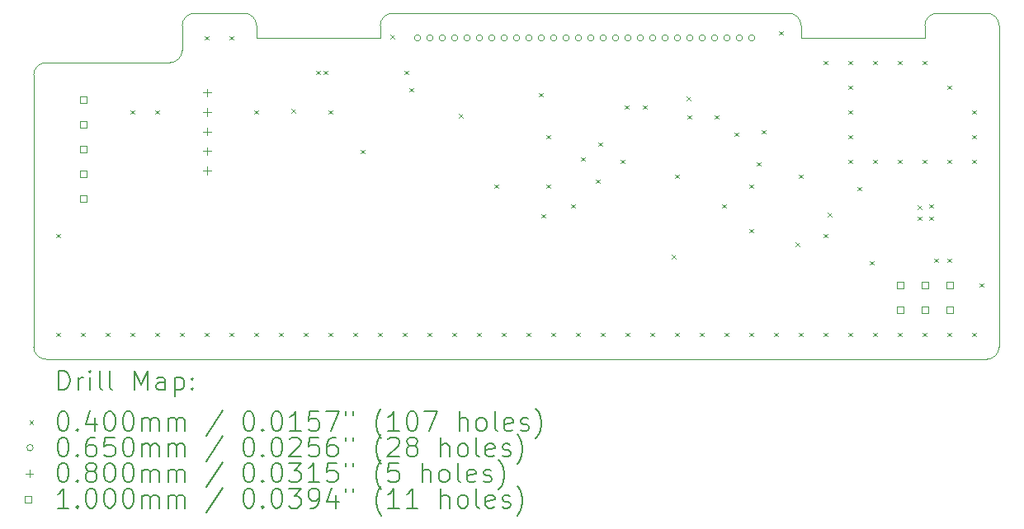
<source format=gbr>
%TF.GenerationSoftware,KiCad,Pcbnew,7.0.7*%
%TF.CreationDate,2023-10-21T14:21:22+02:00*%
%TF.ProjectId,G84-4100,4738342d-3431-4303-902e-6b696361645f,rev?*%
%TF.SameCoordinates,Original*%
%TF.FileFunction,Drillmap*%
%TF.FilePolarity,Positive*%
%FSLAX45Y45*%
G04 Gerber Fmt 4.5, Leading zero omitted, Abs format (unit mm)*
G04 Created by KiCad (PCBNEW 7.0.7) date 2023-10-21 14:21:22*
%MOMM*%
%LPD*%
G01*
G04 APERTURE LIST*
%ADD10C,0.100000*%
%ADD11C,0.200000*%
%ADD12C,0.040000*%
%ADD13C,0.065000*%
%ADD14C,0.080000*%
G04 APERTURE END LIST*
D10*
X9601200Y-9271000D02*
G75*
G03*
X9728200Y-9398000I127000J0D01*
G01*
X17475200Y-5969000D02*
G75*
G03*
X17348200Y-5842000I-127000J0D01*
G01*
X9728200Y-6350000D02*
X10998200Y-6350000D01*
X11252200Y-5842000D02*
G75*
G03*
X11125200Y-5969000I0J-127000D01*
G01*
X13284200Y-5842000D02*
X17348200Y-5842000D01*
X18745200Y-5969000D02*
X18745200Y-6096000D01*
X17475200Y-6096000D02*
X18745200Y-6096000D01*
X11887200Y-6096000D02*
X13157200Y-6096000D01*
X11887200Y-5969000D02*
X11887200Y-6096000D01*
X10998200Y-6350000D02*
G75*
G03*
X11125200Y-6223000I0J127000D01*
G01*
X9728200Y-6350000D02*
G75*
G03*
X9601200Y-6477000I0J-127000D01*
G01*
X19380200Y-9398000D02*
X9728200Y-9398000D01*
X11125200Y-5969000D02*
X11125200Y-6223000D01*
X17475200Y-5969000D02*
X17475200Y-6096000D01*
X13157200Y-5969000D02*
X13157200Y-6096000D01*
X11252200Y-5842000D02*
X11760200Y-5842000D01*
X11887200Y-5969000D02*
G75*
G03*
X11760200Y-5842000I-127000J0D01*
G01*
X19507200Y-5969000D02*
X19507200Y-9271000D01*
X18872200Y-5842000D02*
X19380200Y-5842000D01*
X9601200Y-9271000D02*
X9601200Y-6477000D01*
X19380200Y-9398000D02*
G75*
G03*
X19507200Y-9271000I0J127000D01*
G01*
X19507200Y-5969000D02*
G75*
G03*
X19380200Y-5842000I-127000J0D01*
G01*
X18872200Y-5842000D02*
G75*
G03*
X18745200Y-5969000I0J-127000D01*
G01*
X13284200Y-5842000D02*
G75*
G03*
X13157200Y-5969000I0J-127000D01*
G01*
D11*
D12*
X9835200Y-8108000D02*
X9875200Y-8148000D01*
X9875200Y-8108000D02*
X9835200Y-8148000D01*
X9835200Y-9124000D02*
X9875200Y-9164000D01*
X9875200Y-9124000D02*
X9835200Y-9164000D01*
X10089200Y-9124000D02*
X10129200Y-9164000D01*
X10129200Y-9124000D02*
X10089200Y-9164000D01*
X10343200Y-9124000D02*
X10383200Y-9164000D01*
X10383200Y-9124000D02*
X10343200Y-9164000D01*
X10597200Y-6838000D02*
X10637200Y-6878000D01*
X10637200Y-6838000D02*
X10597200Y-6878000D01*
X10597200Y-9124000D02*
X10637200Y-9164000D01*
X10637200Y-9124000D02*
X10597200Y-9164000D01*
X10851200Y-6838000D02*
X10891200Y-6878000D01*
X10891200Y-6838000D02*
X10851200Y-6878000D01*
X10851200Y-9124000D02*
X10891200Y-9164000D01*
X10891200Y-9124000D02*
X10851200Y-9164000D01*
X11105200Y-9124000D02*
X11145200Y-9164000D01*
X11145200Y-9124000D02*
X11105200Y-9164000D01*
X11359200Y-6076000D02*
X11399200Y-6116000D01*
X11399200Y-6076000D02*
X11359200Y-6116000D01*
X11359200Y-9124000D02*
X11399200Y-9164000D01*
X11399200Y-9124000D02*
X11359200Y-9164000D01*
X11613200Y-6076000D02*
X11653200Y-6116000D01*
X11653200Y-6076000D02*
X11613200Y-6116000D01*
X11613200Y-9124000D02*
X11653200Y-9164000D01*
X11653200Y-9124000D02*
X11613200Y-9164000D01*
X11867200Y-6838000D02*
X11907200Y-6878000D01*
X11907200Y-6838000D02*
X11867200Y-6878000D01*
X11867200Y-9124000D02*
X11907200Y-9164000D01*
X11907200Y-9124000D02*
X11867200Y-9164000D01*
X12121200Y-9124000D02*
X12161200Y-9164000D01*
X12161200Y-9124000D02*
X12121200Y-9164000D01*
X12248200Y-6825300D02*
X12288200Y-6865300D01*
X12288200Y-6825300D02*
X12248200Y-6865300D01*
X12375200Y-9124000D02*
X12415200Y-9164000D01*
X12415200Y-9124000D02*
X12375200Y-9164000D01*
X12502200Y-6431600D02*
X12542200Y-6471600D01*
X12542200Y-6431600D02*
X12502200Y-6471600D01*
X12575800Y-6431600D02*
X12615800Y-6471600D01*
X12615800Y-6431600D02*
X12575800Y-6471600D01*
X12629200Y-6838000D02*
X12669200Y-6878000D01*
X12669200Y-6838000D02*
X12629200Y-6878000D01*
X12629200Y-9124000D02*
X12669200Y-9164000D01*
X12669200Y-9124000D02*
X12629200Y-9164000D01*
X12883200Y-9124000D02*
X12923200Y-9164000D01*
X12923200Y-9124000D02*
X12883200Y-9164000D01*
X12959400Y-7244400D02*
X12999400Y-7284400D01*
X12999400Y-7244400D02*
X12959400Y-7284400D01*
X13137200Y-9124000D02*
X13177200Y-9164000D01*
X13177200Y-9124000D02*
X13137200Y-9164000D01*
X13264200Y-6063300D02*
X13304200Y-6103300D01*
X13304200Y-6063300D02*
X13264200Y-6103300D01*
X13391200Y-9124000D02*
X13431200Y-9164000D01*
X13431200Y-9124000D02*
X13391200Y-9164000D01*
X13403900Y-6431600D02*
X13443900Y-6471600D01*
X13443900Y-6431600D02*
X13403900Y-6471600D01*
X13454700Y-6609400D02*
X13494700Y-6649400D01*
X13494700Y-6609400D02*
X13454700Y-6649400D01*
X13645200Y-9124000D02*
X13685200Y-9164000D01*
X13685200Y-9124000D02*
X13645200Y-9164000D01*
X13899200Y-9124000D02*
X13939200Y-9164000D01*
X13939200Y-9124000D02*
X13899200Y-9164000D01*
X13962700Y-6876100D02*
X14002700Y-6916100D01*
X14002700Y-6876100D02*
X13962700Y-6916100D01*
X14153200Y-9124000D02*
X14193200Y-9164000D01*
X14193200Y-9124000D02*
X14153200Y-9164000D01*
X14331000Y-7600000D02*
X14371000Y-7640000D01*
X14371000Y-7600000D02*
X14331000Y-7640000D01*
X14407200Y-9124000D02*
X14447200Y-9164000D01*
X14447200Y-9124000D02*
X14407200Y-9164000D01*
X14661200Y-9124000D02*
X14701200Y-9164000D01*
X14701200Y-9124000D02*
X14661200Y-9164000D01*
X14788200Y-6660200D02*
X14828200Y-6700200D01*
X14828200Y-6660200D02*
X14788200Y-6700200D01*
X14813600Y-7904800D02*
X14853600Y-7944800D01*
X14853600Y-7904800D02*
X14813600Y-7944800D01*
X14864400Y-7092000D02*
X14904400Y-7132000D01*
X14904400Y-7092000D02*
X14864400Y-7132000D01*
X14864400Y-7600000D02*
X14904400Y-7640000D01*
X14904400Y-7600000D02*
X14864400Y-7640000D01*
X14915200Y-9124000D02*
X14955200Y-9164000D01*
X14955200Y-9124000D02*
X14915200Y-9164000D01*
X15118400Y-7803200D02*
X15158400Y-7843200D01*
X15158400Y-7803200D02*
X15118400Y-7843200D01*
X15169200Y-9124000D02*
X15209200Y-9164000D01*
X15209200Y-9124000D02*
X15169200Y-9164000D01*
X15220000Y-7320600D02*
X15260000Y-7360600D01*
X15260000Y-7320600D02*
X15220000Y-7360600D01*
X15372400Y-7549200D02*
X15412400Y-7589200D01*
X15412400Y-7549200D02*
X15372400Y-7589200D01*
X15397800Y-7168200D02*
X15437800Y-7208200D01*
X15437800Y-7168200D02*
X15397800Y-7208200D01*
X15423200Y-9124000D02*
X15463200Y-9164000D01*
X15463200Y-9124000D02*
X15423200Y-9164000D01*
X15626400Y-7346000D02*
X15666400Y-7386000D01*
X15666400Y-7346000D02*
X15626400Y-7386000D01*
X15667150Y-6787200D02*
X15707150Y-6827200D01*
X15707150Y-6787200D02*
X15667150Y-6827200D01*
X15677200Y-9124000D02*
X15717200Y-9164000D01*
X15717200Y-9124000D02*
X15677200Y-9164000D01*
X15855000Y-6787200D02*
X15895000Y-6827200D01*
X15895000Y-6787200D02*
X15855000Y-6827200D01*
X15931200Y-9124000D02*
X15971200Y-9164000D01*
X15971200Y-9124000D02*
X15931200Y-9164000D01*
X16147100Y-8323900D02*
X16187100Y-8363900D01*
X16187100Y-8323900D02*
X16147100Y-8363900D01*
X16185200Y-7498400D02*
X16225200Y-7538400D01*
X16225200Y-7498400D02*
X16185200Y-7538400D01*
X16185200Y-9124000D02*
X16225200Y-9164000D01*
X16225200Y-9124000D02*
X16185200Y-9164000D01*
X16299500Y-6698300D02*
X16339500Y-6738300D01*
X16339500Y-6698300D02*
X16299500Y-6738300D01*
X16312200Y-6888800D02*
X16352200Y-6928800D01*
X16352200Y-6888800D02*
X16312200Y-6928800D01*
X16439200Y-9124000D02*
X16479200Y-9164000D01*
X16479200Y-9124000D02*
X16439200Y-9164000D01*
X16591600Y-6888800D02*
X16631600Y-6928800D01*
X16631600Y-6888800D02*
X16591600Y-6928800D01*
X16667800Y-7803200D02*
X16707800Y-7843200D01*
X16707800Y-7803200D02*
X16667800Y-7843200D01*
X16693200Y-9124000D02*
X16733200Y-9164000D01*
X16733200Y-9124000D02*
X16693200Y-9164000D01*
X16794800Y-7066600D02*
X16834800Y-7106600D01*
X16834800Y-7066600D02*
X16794800Y-7106600D01*
X16947200Y-7600000D02*
X16987200Y-7640000D01*
X16987200Y-7600000D02*
X16947200Y-7640000D01*
X16947200Y-8057200D02*
X16987200Y-8097200D01*
X16987200Y-8057200D02*
X16947200Y-8097200D01*
X16947200Y-9124000D02*
X16987200Y-9164000D01*
X16987200Y-9124000D02*
X16947200Y-9164000D01*
X17023400Y-7371400D02*
X17063400Y-7411400D01*
X17063400Y-7371400D02*
X17023400Y-7411400D01*
X17074200Y-7041200D02*
X17114200Y-7081200D01*
X17114200Y-7041200D02*
X17074200Y-7081200D01*
X17201200Y-9124000D02*
X17241200Y-9164000D01*
X17241200Y-9124000D02*
X17201200Y-9164000D01*
X17252000Y-6025200D02*
X17292000Y-6065200D01*
X17292000Y-6025200D02*
X17252000Y-6065200D01*
X17417100Y-8196900D02*
X17457100Y-8236900D01*
X17457100Y-8196900D02*
X17417100Y-8236900D01*
X17455200Y-7498400D02*
X17495200Y-7538400D01*
X17495200Y-7498400D02*
X17455200Y-7538400D01*
X17455200Y-9124000D02*
X17495200Y-9164000D01*
X17495200Y-9124000D02*
X17455200Y-9164000D01*
X17709200Y-6330000D02*
X17749200Y-6370000D01*
X17749200Y-6330000D02*
X17709200Y-6370000D01*
X17709200Y-8108000D02*
X17749200Y-8148000D01*
X17749200Y-8108000D02*
X17709200Y-8148000D01*
X17709200Y-9124000D02*
X17749200Y-9164000D01*
X17749200Y-9124000D02*
X17709200Y-9164000D01*
X17747300Y-7892100D02*
X17787300Y-7932100D01*
X17787300Y-7892100D02*
X17747300Y-7932100D01*
X17963200Y-6330000D02*
X18003200Y-6370000D01*
X18003200Y-6330000D02*
X17963200Y-6370000D01*
X17963200Y-6584000D02*
X18003200Y-6624000D01*
X18003200Y-6584000D02*
X17963200Y-6624000D01*
X17963200Y-6838000D02*
X18003200Y-6878000D01*
X18003200Y-6838000D02*
X17963200Y-6878000D01*
X17963200Y-7092000D02*
X18003200Y-7132000D01*
X18003200Y-7092000D02*
X17963200Y-7132000D01*
X17963200Y-7346000D02*
X18003200Y-7386000D01*
X18003200Y-7346000D02*
X17963200Y-7386000D01*
X17963200Y-9124000D02*
X18003200Y-9164000D01*
X18003200Y-9124000D02*
X17963200Y-9164000D01*
X18052100Y-7625400D02*
X18092100Y-7665400D01*
X18092100Y-7625400D02*
X18052100Y-7665400D01*
X18179100Y-8387400D02*
X18219100Y-8427400D01*
X18219100Y-8387400D02*
X18179100Y-8427400D01*
X18217200Y-6330000D02*
X18257200Y-6370000D01*
X18257200Y-6330000D02*
X18217200Y-6370000D01*
X18217200Y-7346000D02*
X18257200Y-7386000D01*
X18257200Y-7346000D02*
X18217200Y-7386000D01*
X18217200Y-9124000D02*
X18257200Y-9164000D01*
X18257200Y-9124000D02*
X18217200Y-9164000D01*
X18471200Y-6330000D02*
X18511200Y-6370000D01*
X18511200Y-6330000D02*
X18471200Y-6370000D01*
X18471200Y-7346000D02*
X18511200Y-7386000D01*
X18511200Y-7346000D02*
X18471200Y-7386000D01*
X18471200Y-9124000D02*
X18511200Y-9164000D01*
X18511200Y-9124000D02*
X18471200Y-9164000D01*
X18674400Y-7815900D02*
X18714400Y-7855900D01*
X18714400Y-7815900D02*
X18674400Y-7855900D01*
X18674400Y-7930200D02*
X18714400Y-7970200D01*
X18714400Y-7930200D02*
X18674400Y-7970200D01*
X18725200Y-6330000D02*
X18765200Y-6370000D01*
X18765200Y-6330000D02*
X18725200Y-6370000D01*
X18725200Y-7346000D02*
X18765200Y-7386000D01*
X18765200Y-7346000D02*
X18725200Y-7386000D01*
X18725200Y-9124000D02*
X18765200Y-9164000D01*
X18765200Y-9124000D02*
X18725200Y-9164000D01*
X18788700Y-7803200D02*
X18828700Y-7843200D01*
X18828700Y-7803200D02*
X18788700Y-7843200D01*
X18788700Y-7930200D02*
X18828700Y-7970200D01*
X18828700Y-7930200D02*
X18788700Y-7970200D01*
X18839500Y-8362000D02*
X18879500Y-8402000D01*
X18879500Y-8362000D02*
X18839500Y-8402000D01*
X18979200Y-6584000D02*
X19019200Y-6624000D01*
X19019200Y-6584000D02*
X18979200Y-6624000D01*
X18979200Y-7346000D02*
X19019200Y-7386000D01*
X19019200Y-7346000D02*
X18979200Y-7386000D01*
X18979200Y-8362000D02*
X19019200Y-8402000D01*
X19019200Y-8362000D02*
X18979200Y-8402000D01*
X18979200Y-9124000D02*
X19019200Y-9164000D01*
X19019200Y-9124000D02*
X18979200Y-9164000D01*
X19233200Y-6838000D02*
X19273200Y-6878000D01*
X19273200Y-6838000D02*
X19233200Y-6878000D01*
X19233200Y-7092000D02*
X19273200Y-7132000D01*
X19273200Y-7092000D02*
X19233200Y-7132000D01*
X19233200Y-7346000D02*
X19273200Y-7386000D01*
X19273200Y-7346000D02*
X19233200Y-7386000D01*
X19233200Y-9124000D02*
X19273200Y-9164000D01*
X19273200Y-9124000D02*
X19233200Y-9164000D01*
X19309400Y-8616000D02*
X19349400Y-8656000D01*
X19349400Y-8616000D02*
X19309400Y-8656000D01*
D13*
X13570700Y-6096000D02*
G75*
G03*
X13570700Y-6096000I-32500J0D01*
G01*
X13697700Y-6096000D02*
G75*
G03*
X13697700Y-6096000I-32500J0D01*
G01*
X13824700Y-6096000D02*
G75*
G03*
X13824700Y-6096000I-32500J0D01*
G01*
X13951700Y-6096000D02*
G75*
G03*
X13951700Y-6096000I-32500J0D01*
G01*
X14078700Y-6096000D02*
G75*
G03*
X14078700Y-6096000I-32500J0D01*
G01*
X14205700Y-6096000D02*
G75*
G03*
X14205700Y-6096000I-32500J0D01*
G01*
X14332700Y-6096000D02*
G75*
G03*
X14332700Y-6096000I-32500J0D01*
G01*
X14459700Y-6096000D02*
G75*
G03*
X14459700Y-6096000I-32500J0D01*
G01*
X14586700Y-6096000D02*
G75*
G03*
X14586700Y-6096000I-32500J0D01*
G01*
X14713700Y-6096000D02*
G75*
G03*
X14713700Y-6096000I-32500J0D01*
G01*
X14840700Y-6096000D02*
G75*
G03*
X14840700Y-6096000I-32500J0D01*
G01*
X14967700Y-6096000D02*
G75*
G03*
X14967700Y-6096000I-32500J0D01*
G01*
X15094700Y-6096000D02*
G75*
G03*
X15094700Y-6096000I-32500J0D01*
G01*
X15221700Y-6096000D02*
G75*
G03*
X15221700Y-6096000I-32500J0D01*
G01*
X15348700Y-6096000D02*
G75*
G03*
X15348700Y-6096000I-32500J0D01*
G01*
X15475700Y-6096000D02*
G75*
G03*
X15475700Y-6096000I-32500J0D01*
G01*
X15602700Y-6096000D02*
G75*
G03*
X15602700Y-6096000I-32500J0D01*
G01*
X15729700Y-6096000D02*
G75*
G03*
X15729700Y-6096000I-32500J0D01*
G01*
X15856700Y-6096000D02*
G75*
G03*
X15856700Y-6096000I-32500J0D01*
G01*
X15983700Y-6096000D02*
G75*
G03*
X15983700Y-6096000I-32500J0D01*
G01*
X16110700Y-6096000D02*
G75*
G03*
X16110700Y-6096000I-32500J0D01*
G01*
X16237700Y-6096000D02*
G75*
G03*
X16237700Y-6096000I-32500J0D01*
G01*
X16364700Y-6096000D02*
G75*
G03*
X16364700Y-6096000I-32500J0D01*
G01*
X16491700Y-6096000D02*
G75*
G03*
X16491700Y-6096000I-32500J0D01*
G01*
X16618700Y-6096000D02*
G75*
G03*
X16618700Y-6096000I-32500J0D01*
G01*
X16745700Y-6096000D02*
G75*
G03*
X16745700Y-6096000I-32500J0D01*
G01*
X16872700Y-6096000D02*
G75*
G03*
X16872700Y-6096000I-32500J0D01*
G01*
X16999700Y-6096000D02*
G75*
G03*
X16999700Y-6096000I-32500J0D01*
G01*
D14*
X11379200Y-6618000D02*
X11379200Y-6698000D01*
X11339200Y-6658000D02*
X11419200Y-6658000D01*
X11379200Y-6818000D02*
X11379200Y-6898000D01*
X11339200Y-6858000D02*
X11419200Y-6858000D01*
X11379200Y-7018000D02*
X11379200Y-7098000D01*
X11339200Y-7058000D02*
X11419200Y-7058000D01*
X11379200Y-7218000D02*
X11379200Y-7298000D01*
X11339200Y-7258000D02*
X11419200Y-7258000D01*
X11379200Y-7418000D02*
X11379200Y-7498000D01*
X11339200Y-7458000D02*
X11419200Y-7458000D01*
D10*
X10144556Y-6766356D02*
X10144556Y-6695644D01*
X10073844Y-6695644D01*
X10073844Y-6766356D01*
X10144556Y-6766356D01*
X10144556Y-7020356D02*
X10144556Y-6949644D01*
X10073844Y-6949644D01*
X10073844Y-7020356D01*
X10144556Y-7020356D01*
X10144556Y-7274356D02*
X10144556Y-7203644D01*
X10073844Y-7203644D01*
X10073844Y-7274356D01*
X10144556Y-7274356D01*
X10144556Y-7528356D02*
X10144556Y-7457644D01*
X10073844Y-7457644D01*
X10073844Y-7528356D01*
X10144556Y-7528356D01*
X10144556Y-7782356D02*
X10144556Y-7711644D01*
X10073844Y-7711644D01*
X10073844Y-7782356D01*
X10144556Y-7782356D01*
X18526556Y-8671356D02*
X18526556Y-8600644D01*
X18455844Y-8600644D01*
X18455844Y-8671356D01*
X18526556Y-8671356D01*
X18526556Y-8925356D02*
X18526556Y-8854644D01*
X18455844Y-8854644D01*
X18455844Y-8925356D01*
X18526556Y-8925356D01*
X18780556Y-8671356D02*
X18780556Y-8600644D01*
X18709844Y-8600644D01*
X18709844Y-8671356D01*
X18780556Y-8671356D01*
X18780556Y-8925356D02*
X18780556Y-8854644D01*
X18709844Y-8854644D01*
X18709844Y-8925356D01*
X18780556Y-8925356D01*
X19034556Y-8671356D02*
X19034556Y-8600644D01*
X18963844Y-8600644D01*
X18963844Y-8671356D01*
X19034556Y-8671356D01*
X19034556Y-8925356D02*
X19034556Y-8854644D01*
X18963844Y-8854644D01*
X18963844Y-8925356D01*
X19034556Y-8925356D01*
D11*
X9856977Y-9714484D02*
X9856977Y-9514484D01*
X9856977Y-9514484D02*
X9904596Y-9514484D01*
X9904596Y-9514484D02*
X9933167Y-9524008D01*
X9933167Y-9524008D02*
X9952215Y-9543055D01*
X9952215Y-9543055D02*
X9961739Y-9562103D01*
X9961739Y-9562103D02*
X9971263Y-9600198D01*
X9971263Y-9600198D02*
X9971263Y-9628770D01*
X9971263Y-9628770D02*
X9961739Y-9666865D01*
X9961739Y-9666865D02*
X9952215Y-9685912D01*
X9952215Y-9685912D02*
X9933167Y-9704960D01*
X9933167Y-9704960D02*
X9904596Y-9714484D01*
X9904596Y-9714484D02*
X9856977Y-9714484D01*
X10056977Y-9714484D02*
X10056977Y-9581150D01*
X10056977Y-9619246D02*
X10066501Y-9600198D01*
X10066501Y-9600198D02*
X10076024Y-9590674D01*
X10076024Y-9590674D02*
X10095072Y-9581150D01*
X10095072Y-9581150D02*
X10114120Y-9581150D01*
X10180786Y-9714484D02*
X10180786Y-9581150D01*
X10180786Y-9514484D02*
X10171263Y-9524008D01*
X10171263Y-9524008D02*
X10180786Y-9533531D01*
X10180786Y-9533531D02*
X10190310Y-9524008D01*
X10190310Y-9524008D02*
X10180786Y-9514484D01*
X10180786Y-9514484D02*
X10180786Y-9533531D01*
X10304596Y-9714484D02*
X10285548Y-9704960D01*
X10285548Y-9704960D02*
X10276024Y-9685912D01*
X10276024Y-9685912D02*
X10276024Y-9514484D01*
X10409358Y-9714484D02*
X10390310Y-9704960D01*
X10390310Y-9704960D02*
X10380786Y-9685912D01*
X10380786Y-9685912D02*
X10380786Y-9514484D01*
X10637929Y-9714484D02*
X10637929Y-9514484D01*
X10637929Y-9514484D02*
X10704596Y-9657341D01*
X10704596Y-9657341D02*
X10771263Y-9514484D01*
X10771263Y-9514484D02*
X10771263Y-9714484D01*
X10952215Y-9714484D02*
X10952215Y-9609722D01*
X10952215Y-9609722D02*
X10942691Y-9590674D01*
X10942691Y-9590674D02*
X10923644Y-9581150D01*
X10923644Y-9581150D02*
X10885548Y-9581150D01*
X10885548Y-9581150D02*
X10866501Y-9590674D01*
X10952215Y-9704960D02*
X10933167Y-9714484D01*
X10933167Y-9714484D02*
X10885548Y-9714484D01*
X10885548Y-9714484D02*
X10866501Y-9704960D01*
X10866501Y-9704960D02*
X10856977Y-9685912D01*
X10856977Y-9685912D02*
X10856977Y-9666865D01*
X10856977Y-9666865D02*
X10866501Y-9647817D01*
X10866501Y-9647817D02*
X10885548Y-9638293D01*
X10885548Y-9638293D02*
X10933167Y-9638293D01*
X10933167Y-9638293D02*
X10952215Y-9628770D01*
X11047453Y-9581150D02*
X11047453Y-9781150D01*
X11047453Y-9590674D02*
X11066501Y-9581150D01*
X11066501Y-9581150D02*
X11104596Y-9581150D01*
X11104596Y-9581150D02*
X11123644Y-9590674D01*
X11123644Y-9590674D02*
X11133167Y-9600198D01*
X11133167Y-9600198D02*
X11142691Y-9619246D01*
X11142691Y-9619246D02*
X11142691Y-9676389D01*
X11142691Y-9676389D02*
X11133167Y-9695436D01*
X11133167Y-9695436D02*
X11123644Y-9704960D01*
X11123644Y-9704960D02*
X11104596Y-9714484D01*
X11104596Y-9714484D02*
X11066501Y-9714484D01*
X11066501Y-9714484D02*
X11047453Y-9704960D01*
X11228405Y-9695436D02*
X11237929Y-9704960D01*
X11237929Y-9704960D02*
X11228405Y-9714484D01*
X11228405Y-9714484D02*
X11218882Y-9704960D01*
X11218882Y-9704960D02*
X11228405Y-9695436D01*
X11228405Y-9695436D02*
X11228405Y-9714484D01*
X11228405Y-9590674D02*
X11237929Y-9600198D01*
X11237929Y-9600198D02*
X11228405Y-9609722D01*
X11228405Y-9609722D02*
X11218882Y-9600198D01*
X11218882Y-9600198D02*
X11228405Y-9590674D01*
X11228405Y-9590674D02*
X11228405Y-9609722D01*
D12*
X9556200Y-10023000D02*
X9596200Y-10063000D01*
X9596200Y-10023000D02*
X9556200Y-10063000D01*
D11*
X9895072Y-9934484D02*
X9914120Y-9934484D01*
X9914120Y-9934484D02*
X9933167Y-9944008D01*
X9933167Y-9944008D02*
X9942691Y-9953531D01*
X9942691Y-9953531D02*
X9952215Y-9972579D01*
X9952215Y-9972579D02*
X9961739Y-10010674D01*
X9961739Y-10010674D02*
X9961739Y-10058293D01*
X9961739Y-10058293D02*
X9952215Y-10096389D01*
X9952215Y-10096389D02*
X9942691Y-10115436D01*
X9942691Y-10115436D02*
X9933167Y-10124960D01*
X9933167Y-10124960D02*
X9914120Y-10134484D01*
X9914120Y-10134484D02*
X9895072Y-10134484D01*
X9895072Y-10134484D02*
X9876024Y-10124960D01*
X9876024Y-10124960D02*
X9866501Y-10115436D01*
X9866501Y-10115436D02*
X9856977Y-10096389D01*
X9856977Y-10096389D02*
X9847453Y-10058293D01*
X9847453Y-10058293D02*
X9847453Y-10010674D01*
X9847453Y-10010674D02*
X9856977Y-9972579D01*
X9856977Y-9972579D02*
X9866501Y-9953531D01*
X9866501Y-9953531D02*
X9876024Y-9944008D01*
X9876024Y-9944008D02*
X9895072Y-9934484D01*
X10047453Y-10115436D02*
X10056977Y-10124960D01*
X10056977Y-10124960D02*
X10047453Y-10134484D01*
X10047453Y-10134484D02*
X10037929Y-10124960D01*
X10037929Y-10124960D02*
X10047453Y-10115436D01*
X10047453Y-10115436D02*
X10047453Y-10134484D01*
X10228405Y-10001150D02*
X10228405Y-10134484D01*
X10180786Y-9924960D02*
X10133167Y-10067817D01*
X10133167Y-10067817D02*
X10256977Y-10067817D01*
X10371263Y-9934484D02*
X10390310Y-9934484D01*
X10390310Y-9934484D02*
X10409358Y-9944008D01*
X10409358Y-9944008D02*
X10418882Y-9953531D01*
X10418882Y-9953531D02*
X10428405Y-9972579D01*
X10428405Y-9972579D02*
X10437929Y-10010674D01*
X10437929Y-10010674D02*
X10437929Y-10058293D01*
X10437929Y-10058293D02*
X10428405Y-10096389D01*
X10428405Y-10096389D02*
X10418882Y-10115436D01*
X10418882Y-10115436D02*
X10409358Y-10124960D01*
X10409358Y-10124960D02*
X10390310Y-10134484D01*
X10390310Y-10134484D02*
X10371263Y-10134484D01*
X10371263Y-10134484D02*
X10352215Y-10124960D01*
X10352215Y-10124960D02*
X10342691Y-10115436D01*
X10342691Y-10115436D02*
X10333167Y-10096389D01*
X10333167Y-10096389D02*
X10323644Y-10058293D01*
X10323644Y-10058293D02*
X10323644Y-10010674D01*
X10323644Y-10010674D02*
X10333167Y-9972579D01*
X10333167Y-9972579D02*
X10342691Y-9953531D01*
X10342691Y-9953531D02*
X10352215Y-9944008D01*
X10352215Y-9944008D02*
X10371263Y-9934484D01*
X10561739Y-9934484D02*
X10580786Y-9934484D01*
X10580786Y-9934484D02*
X10599834Y-9944008D01*
X10599834Y-9944008D02*
X10609358Y-9953531D01*
X10609358Y-9953531D02*
X10618882Y-9972579D01*
X10618882Y-9972579D02*
X10628405Y-10010674D01*
X10628405Y-10010674D02*
X10628405Y-10058293D01*
X10628405Y-10058293D02*
X10618882Y-10096389D01*
X10618882Y-10096389D02*
X10609358Y-10115436D01*
X10609358Y-10115436D02*
X10599834Y-10124960D01*
X10599834Y-10124960D02*
X10580786Y-10134484D01*
X10580786Y-10134484D02*
X10561739Y-10134484D01*
X10561739Y-10134484D02*
X10542691Y-10124960D01*
X10542691Y-10124960D02*
X10533167Y-10115436D01*
X10533167Y-10115436D02*
X10523644Y-10096389D01*
X10523644Y-10096389D02*
X10514120Y-10058293D01*
X10514120Y-10058293D02*
X10514120Y-10010674D01*
X10514120Y-10010674D02*
X10523644Y-9972579D01*
X10523644Y-9972579D02*
X10533167Y-9953531D01*
X10533167Y-9953531D02*
X10542691Y-9944008D01*
X10542691Y-9944008D02*
X10561739Y-9934484D01*
X10714120Y-10134484D02*
X10714120Y-10001150D01*
X10714120Y-10020198D02*
X10723644Y-10010674D01*
X10723644Y-10010674D02*
X10742691Y-10001150D01*
X10742691Y-10001150D02*
X10771263Y-10001150D01*
X10771263Y-10001150D02*
X10790310Y-10010674D01*
X10790310Y-10010674D02*
X10799834Y-10029722D01*
X10799834Y-10029722D02*
X10799834Y-10134484D01*
X10799834Y-10029722D02*
X10809358Y-10010674D01*
X10809358Y-10010674D02*
X10828405Y-10001150D01*
X10828405Y-10001150D02*
X10856977Y-10001150D01*
X10856977Y-10001150D02*
X10876025Y-10010674D01*
X10876025Y-10010674D02*
X10885548Y-10029722D01*
X10885548Y-10029722D02*
X10885548Y-10134484D01*
X10980786Y-10134484D02*
X10980786Y-10001150D01*
X10980786Y-10020198D02*
X10990310Y-10010674D01*
X10990310Y-10010674D02*
X11009358Y-10001150D01*
X11009358Y-10001150D02*
X11037929Y-10001150D01*
X11037929Y-10001150D02*
X11056977Y-10010674D01*
X11056977Y-10010674D02*
X11066501Y-10029722D01*
X11066501Y-10029722D02*
X11066501Y-10134484D01*
X11066501Y-10029722D02*
X11076025Y-10010674D01*
X11076025Y-10010674D02*
X11095072Y-10001150D01*
X11095072Y-10001150D02*
X11123644Y-10001150D01*
X11123644Y-10001150D02*
X11142691Y-10010674D01*
X11142691Y-10010674D02*
X11152215Y-10029722D01*
X11152215Y-10029722D02*
X11152215Y-10134484D01*
X11542691Y-9924960D02*
X11371263Y-10182103D01*
X11799834Y-9934484D02*
X11818882Y-9934484D01*
X11818882Y-9934484D02*
X11837929Y-9944008D01*
X11837929Y-9944008D02*
X11847453Y-9953531D01*
X11847453Y-9953531D02*
X11856977Y-9972579D01*
X11856977Y-9972579D02*
X11866501Y-10010674D01*
X11866501Y-10010674D02*
X11866501Y-10058293D01*
X11866501Y-10058293D02*
X11856977Y-10096389D01*
X11856977Y-10096389D02*
X11847453Y-10115436D01*
X11847453Y-10115436D02*
X11837929Y-10124960D01*
X11837929Y-10124960D02*
X11818882Y-10134484D01*
X11818882Y-10134484D02*
X11799834Y-10134484D01*
X11799834Y-10134484D02*
X11780786Y-10124960D01*
X11780786Y-10124960D02*
X11771263Y-10115436D01*
X11771263Y-10115436D02*
X11761739Y-10096389D01*
X11761739Y-10096389D02*
X11752215Y-10058293D01*
X11752215Y-10058293D02*
X11752215Y-10010674D01*
X11752215Y-10010674D02*
X11761739Y-9972579D01*
X11761739Y-9972579D02*
X11771263Y-9953531D01*
X11771263Y-9953531D02*
X11780786Y-9944008D01*
X11780786Y-9944008D02*
X11799834Y-9934484D01*
X11952215Y-10115436D02*
X11961739Y-10124960D01*
X11961739Y-10124960D02*
X11952215Y-10134484D01*
X11952215Y-10134484D02*
X11942691Y-10124960D01*
X11942691Y-10124960D02*
X11952215Y-10115436D01*
X11952215Y-10115436D02*
X11952215Y-10134484D01*
X12085548Y-9934484D02*
X12104596Y-9934484D01*
X12104596Y-9934484D02*
X12123644Y-9944008D01*
X12123644Y-9944008D02*
X12133167Y-9953531D01*
X12133167Y-9953531D02*
X12142691Y-9972579D01*
X12142691Y-9972579D02*
X12152215Y-10010674D01*
X12152215Y-10010674D02*
X12152215Y-10058293D01*
X12152215Y-10058293D02*
X12142691Y-10096389D01*
X12142691Y-10096389D02*
X12133167Y-10115436D01*
X12133167Y-10115436D02*
X12123644Y-10124960D01*
X12123644Y-10124960D02*
X12104596Y-10134484D01*
X12104596Y-10134484D02*
X12085548Y-10134484D01*
X12085548Y-10134484D02*
X12066501Y-10124960D01*
X12066501Y-10124960D02*
X12056977Y-10115436D01*
X12056977Y-10115436D02*
X12047453Y-10096389D01*
X12047453Y-10096389D02*
X12037929Y-10058293D01*
X12037929Y-10058293D02*
X12037929Y-10010674D01*
X12037929Y-10010674D02*
X12047453Y-9972579D01*
X12047453Y-9972579D02*
X12056977Y-9953531D01*
X12056977Y-9953531D02*
X12066501Y-9944008D01*
X12066501Y-9944008D02*
X12085548Y-9934484D01*
X12342691Y-10134484D02*
X12228406Y-10134484D01*
X12285548Y-10134484D02*
X12285548Y-9934484D01*
X12285548Y-9934484D02*
X12266501Y-9963055D01*
X12266501Y-9963055D02*
X12247453Y-9982103D01*
X12247453Y-9982103D02*
X12228406Y-9991627D01*
X12523644Y-9934484D02*
X12428406Y-9934484D01*
X12428406Y-9934484D02*
X12418882Y-10029722D01*
X12418882Y-10029722D02*
X12428406Y-10020198D01*
X12428406Y-10020198D02*
X12447453Y-10010674D01*
X12447453Y-10010674D02*
X12495072Y-10010674D01*
X12495072Y-10010674D02*
X12514120Y-10020198D01*
X12514120Y-10020198D02*
X12523644Y-10029722D01*
X12523644Y-10029722D02*
X12533167Y-10048770D01*
X12533167Y-10048770D02*
X12533167Y-10096389D01*
X12533167Y-10096389D02*
X12523644Y-10115436D01*
X12523644Y-10115436D02*
X12514120Y-10124960D01*
X12514120Y-10124960D02*
X12495072Y-10134484D01*
X12495072Y-10134484D02*
X12447453Y-10134484D01*
X12447453Y-10134484D02*
X12428406Y-10124960D01*
X12428406Y-10124960D02*
X12418882Y-10115436D01*
X12599834Y-9934484D02*
X12733167Y-9934484D01*
X12733167Y-9934484D02*
X12647453Y-10134484D01*
X12799834Y-9934484D02*
X12799834Y-9972579D01*
X12876025Y-9934484D02*
X12876025Y-9972579D01*
X13171263Y-10210674D02*
X13161739Y-10201150D01*
X13161739Y-10201150D02*
X13142691Y-10172579D01*
X13142691Y-10172579D02*
X13133168Y-10153531D01*
X13133168Y-10153531D02*
X13123644Y-10124960D01*
X13123644Y-10124960D02*
X13114120Y-10077341D01*
X13114120Y-10077341D02*
X13114120Y-10039246D01*
X13114120Y-10039246D02*
X13123644Y-9991627D01*
X13123644Y-9991627D02*
X13133168Y-9963055D01*
X13133168Y-9963055D02*
X13142691Y-9944008D01*
X13142691Y-9944008D02*
X13161739Y-9915436D01*
X13161739Y-9915436D02*
X13171263Y-9905912D01*
X13352215Y-10134484D02*
X13237929Y-10134484D01*
X13295072Y-10134484D02*
X13295072Y-9934484D01*
X13295072Y-9934484D02*
X13276025Y-9963055D01*
X13276025Y-9963055D02*
X13256977Y-9982103D01*
X13256977Y-9982103D02*
X13237929Y-9991627D01*
X13476025Y-9934484D02*
X13495072Y-9934484D01*
X13495072Y-9934484D02*
X13514120Y-9944008D01*
X13514120Y-9944008D02*
X13523644Y-9953531D01*
X13523644Y-9953531D02*
X13533168Y-9972579D01*
X13533168Y-9972579D02*
X13542691Y-10010674D01*
X13542691Y-10010674D02*
X13542691Y-10058293D01*
X13542691Y-10058293D02*
X13533168Y-10096389D01*
X13533168Y-10096389D02*
X13523644Y-10115436D01*
X13523644Y-10115436D02*
X13514120Y-10124960D01*
X13514120Y-10124960D02*
X13495072Y-10134484D01*
X13495072Y-10134484D02*
X13476025Y-10134484D01*
X13476025Y-10134484D02*
X13456977Y-10124960D01*
X13456977Y-10124960D02*
X13447453Y-10115436D01*
X13447453Y-10115436D02*
X13437929Y-10096389D01*
X13437929Y-10096389D02*
X13428406Y-10058293D01*
X13428406Y-10058293D02*
X13428406Y-10010674D01*
X13428406Y-10010674D02*
X13437929Y-9972579D01*
X13437929Y-9972579D02*
X13447453Y-9953531D01*
X13447453Y-9953531D02*
X13456977Y-9944008D01*
X13456977Y-9944008D02*
X13476025Y-9934484D01*
X13609358Y-9934484D02*
X13742691Y-9934484D01*
X13742691Y-9934484D02*
X13656977Y-10134484D01*
X13971263Y-10134484D02*
X13971263Y-9934484D01*
X14056977Y-10134484D02*
X14056977Y-10029722D01*
X14056977Y-10029722D02*
X14047453Y-10010674D01*
X14047453Y-10010674D02*
X14028406Y-10001150D01*
X14028406Y-10001150D02*
X13999834Y-10001150D01*
X13999834Y-10001150D02*
X13980787Y-10010674D01*
X13980787Y-10010674D02*
X13971263Y-10020198D01*
X14180787Y-10134484D02*
X14161739Y-10124960D01*
X14161739Y-10124960D02*
X14152215Y-10115436D01*
X14152215Y-10115436D02*
X14142691Y-10096389D01*
X14142691Y-10096389D02*
X14142691Y-10039246D01*
X14142691Y-10039246D02*
X14152215Y-10020198D01*
X14152215Y-10020198D02*
X14161739Y-10010674D01*
X14161739Y-10010674D02*
X14180787Y-10001150D01*
X14180787Y-10001150D02*
X14209358Y-10001150D01*
X14209358Y-10001150D02*
X14228406Y-10010674D01*
X14228406Y-10010674D02*
X14237930Y-10020198D01*
X14237930Y-10020198D02*
X14247453Y-10039246D01*
X14247453Y-10039246D02*
X14247453Y-10096389D01*
X14247453Y-10096389D02*
X14237930Y-10115436D01*
X14237930Y-10115436D02*
X14228406Y-10124960D01*
X14228406Y-10124960D02*
X14209358Y-10134484D01*
X14209358Y-10134484D02*
X14180787Y-10134484D01*
X14361739Y-10134484D02*
X14342691Y-10124960D01*
X14342691Y-10124960D02*
X14333168Y-10105912D01*
X14333168Y-10105912D02*
X14333168Y-9934484D01*
X14514120Y-10124960D02*
X14495072Y-10134484D01*
X14495072Y-10134484D02*
X14456977Y-10134484D01*
X14456977Y-10134484D02*
X14437930Y-10124960D01*
X14437930Y-10124960D02*
X14428406Y-10105912D01*
X14428406Y-10105912D02*
X14428406Y-10029722D01*
X14428406Y-10029722D02*
X14437930Y-10010674D01*
X14437930Y-10010674D02*
X14456977Y-10001150D01*
X14456977Y-10001150D02*
X14495072Y-10001150D01*
X14495072Y-10001150D02*
X14514120Y-10010674D01*
X14514120Y-10010674D02*
X14523644Y-10029722D01*
X14523644Y-10029722D02*
X14523644Y-10048770D01*
X14523644Y-10048770D02*
X14428406Y-10067817D01*
X14599834Y-10124960D02*
X14618882Y-10134484D01*
X14618882Y-10134484D02*
X14656977Y-10134484D01*
X14656977Y-10134484D02*
X14676025Y-10124960D01*
X14676025Y-10124960D02*
X14685549Y-10105912D01*
X14685549Y-10105912D02*
X14685549Y-10096389D01*
X14685549Y-10096389D02*
X14676025Y-10077341D01*
X14676025Y-10077341D02*
X14656977Y-10067817D01*
X14656977Y-10067817D02*
X14628406Y-10067817D01*
X14628406Y-10067817D02*
X14609358Y-10058293D01*
X14609358Y-10058293D02*
X14599834Y-10039246D01*
X14599834Y-10039246D02*
X14599834Y-10029722D01*
X14599834Y-10029722D02*
X14609358Y-10010674D01*
X14609358Y-10010674D02*
X14628406Y-10001150D01*
X14628406Y-10001150D02*
X14656977Y-10001150D01*
X14656977Y-10001150D02*
X14676025Y-10010674D01*
X14752215Y-10210674D02*
X14761739Y-10201150D01*
X14761739Y-10201150D02*
X14780787Y-10172579D01*
X14780787Y-10172579D02*
X14790311Y-10153531D01*
X14790311Y-10153531D02*
X14799834Y-10124960D01*
X14799834Y-10124960D02*
X14809358Y-10077341D01*
X14809358Y-10077341D02*
X14809358Y-10039246D01*
X14809358Y-10039246D02*
X14799834Y-9991627D01*
X14799834Y-9991627D02*
X14790311Y-9963055D01*
X14790311Y-9963055D02*
X14780787Y-9944008D01*
X14780787Y-9944008D02*
X14761739Y-9915436D01*
X14761739Y-9915436D02*
X14752215Y-9905912D01*
D13*
X9596200Y-10307000D02*
G75*
G03*
X9596200Y-10307000I-32500J0D01*
G01*
D11*
X9895072Y-10198484D02*
X9914120Y-10198484D01*
X9914120Y-10198484D02*
X9933167Y-10208008D01*
X9933167Y-10208008D02*
X9942691Y-10217531D01*
X9942691Y-10217531D02*
X9952215Y-10236579D01*
X9952215Y-10236579D02*
X9961739Y-10274674D01*
X9961739Y-10274674D02*
X9961739Y-10322293D01*
X9961739Y-10322293D02*
X9952215Y-10360389D01*
X9952215Y-10360389D02*
X9942691Y-10379436D01*
X9942691Y-10379436D02*
X9933167Y-10388960D01*
X9933167Y-10388960D02*
X9914120Y-10398484D01*
X9914120Y-10398484D02*
X9895072Y-10398484D01*
X9895072Y-10398484D02*
X9876024Y-10388960D01*
X9876024Y-10388960D02*
X9866501Y-10379436D01*
X9866501Y-10379436D02*
X9856977Y-10360389D01*
X9856977Y-10360389D02*
X9847453Y-10322293D01*
X9847453Y-10322293D02*
X9847453Y-10274674D01*
X9847453Y-10274674D02*
X9856977Y-10236579D01*
X9856977Y-10236579D02*
X9866501Y-10217531D01*
X9866501Y-10217531D02*
X9876024Y-10208008D01*
X9876024Y-10208008D02*
X9895072Y-10198484D01*
X10047453Y-10379436D02*
X10056977Y-10388960D01*
X10056977Y-10388960D02*
X10047453Y-10398484D01*
X10047453Y-10398484D02*
X10037929Y-10388960D01*
X10037929Y-10388960D02*
X10047453Y-10379436D01*
X10047453Y-10379436D02*
X10047453Y-10398484D01*
X10228405Y-10198484D02*
X10190310Y-10198484D01*
X10190310Y-10198484D02*
X10171263Y-10208008D01*
X10171263Y-10208008D02*
X10161739Y-10217531D01*
X10161739Y-10217531D02*
X10142691Y-10246103D01*
X10142691Y-10246103D02*
X10133167Y-10284198D01*
X10133167Y-10284198D02*
X10133167Y-10360389D01*
X10133167Y-10360389D02*
X10142691Y-10379436D01*
X10142691Y-10379436D02*
X10152215Y-10388960D01*
X10152215Y-10388960D02*
X10171263Y-10398484D01*
X10171263Y-10398484D02*
X10209358Y-10398484D01*
X10209358Y-10398484D02*
X10228405Y-10388960D01*
X10228405Y-10388960D02*
X10237929Y-10379436D01*
X10237929Y-10379436D02*
X10247453Y-10360389D01*
X10247453Y-10360389D02*
X10247453Y-10312770D01*
X10247453Y-10312770D02*
X10237929Y-10293722D01*
X10237929Y-10293722D02*
X10228405Y-10284198D01*
X10228405Y-10284198D02*
X10209358Y-10274674D01*
X10209358Y-10274674D02*
X10171263Y-10274674D01*
X10171263Y-10274674D02*
X10152215Y-10284198D01*
X10152215Y-10284198D02*
X10142691Y-10293722D01*
X10142691Y-10293722D02*
X10133167Y-10312770D01*
X10428405Y-10198484D02*
X10333167Y-10198484D01*
X10333167Y-10198484D02*
X10323644Y-10293722D01*
X10323644Y-10293722D02*
X10333167Y-10284198D01*
X10333167Y-10284198D02*
X10352215Y-10274674D01*
X10352215Y-10274674D02*
X10399834Y-10274674D01*
X10399834Y-10274674D02*
X10418882Y-10284198D01*
X10418882Y-10284198D02*
X10428405Y-10293722D01*
X10428405Y-10293722D02*
X10437929Y-10312770D01*
X10437929Y-10312770D02*
X10437929Y-10360389D01*
X10437929Y-10360389D02*
X10428405Y-10379436D01*
X10428405Y-10379436D02*
X10418882Y-10388960D01*
X10418882Y-10388960D02*
X10399834Y-10398484D01*
X10399834Y-10398484D02*
X10352215Y-10398484D01*
X10352215Y-10398484D02*
X10333167Y-10388960D01*
X10333167Y-10388960D02*
X10323644Y-10379436D01*
X10561739Y-10198484D02*
X10580786Y-10198484D01*
X10580786Y-10198484D02*
X10599834Y-10208008D01*
X10599834Y-10208008D02*
X10609358Y-10217531D01*
X10609358Y-10217531D02*
X10618882Y-10236579D01*
X10618882Y-10236579D02*
X10628405Y-10274674D01*
X10628405Y-10274674D02*
X10628405Y-10322293D01*
X10628405Y-10322293D02*
X10618882Y-10360389D01*
X10618882Y-10360389D02*
X10609358Y-10379436D01*
X10609358Y-10379436D02*
X10599834Y-10388960D01*
X10599834Y-10388960D02*
X10580786Y-10398484D01*
X10580786Y-10398484D02*
X10561739Y-10398484D01*
X10561739Y-10398484D02*
X10542691Y-10388960D01*
X10542691Y-10388960D02*
X10533167Y-10379436D01*
X10533167Y-10379436D02*
X10523644Y-10360389D01*
X10523644Y-10360389D02*
X10514120Y-10322293D01*
X10514120Y-10322293D02*
X10514120Y-10274674D01*
X10514120Y-10274674D02*
X10523644Y-10236579D01*
X10523644Y-10236579D02*
X10533167Y-10217531D01*
X10533167Y-10217531D02*
X10542691Y-10208008D01*
X10542691Y-10208008D02*
X10561739Y-10198484D01*
X10714120Y-10398484D02*
X10714120Y-10265150D01*
X10714120Y-10284198D02*
X10723644Y-10274674D01*
X10723644Y-10274674D02*
X10742691Y-10265150D01*
X10742691Y-10265150D02*
X10771263Y-10265150D01*
X10771263Y-10265150D02*
X10790310Y-10274674D01*
X10790310Y-10274674D02*
X10799834Y-10293722D01*
X10799834Y-10293722D02*
X10799834Y-10398484D01*
X10799834Y-10293722D02*
X10809358Y-10274674D01*
X10809358Y-10274674D02*
X10828405Y-10265150D01*
X10828405Y-10265150D02*
X10856977Y-10265150D01*
X10856977Y-10265150D02*
X10876025Y-10274674D01*
X10876025Y-10274674D02*
X10885548Y-10293722D01*
X10885548Y-10293722D02*
X10885548Y-10398484D01*
X10980786Y-10398484D02*
X10980786Y-10265150D01*
X10980786Y-10284198D02*
X10990310Y-10274674D01*
X10990310Y-10274674D02*
X11009358Y-10265150D01*
X11009358Y-10265150D02*
X11037929Y-10265150D01*
X11037929Y-10265150D02*
X11056977Y-10274674D01*
X11056977Y-10274674D02*
X11066501Y-10293722D01*
X11066501Y-10293722D02*
X11066501Y-10398484D01*
X11066501Y-10293722D02*
X11076025Y-10274674D01*
X11076025Y-10274674D02*
X11095072Y-10265150D01*
X11095072Y-10265150D02*
X11123644Y-10265150D01*
X11123644Y-10265150D02*
X11142691Y-10274674D01*
X11142691Y-10274674D02*
X11152215Y-10293722D01*
X11152215Y-10293722D02*
X11152215Y-10398484D01*
X11542691Y-10188960D02*
X11371263Y-10446103D01*
X11799834Y-10198484D02*
X11818882Y-10198484D01*
X11818882Y-10198484D02*
X11837929Y-10208008D01*
X11837929Y-10208008D02*
X11847453Y-10217531D01*
X11847453Y-10217531D02*
X11856977Y-10236579D01*
X11856977Y-10236579D02*
X11866501Y-10274674D01*
X11866501Y-10274674D02*
X11866501Y-10322293D01*
X11866501Y-10322293D02*
X11856977Y-10360389D01*
X11856977Y-10360389D02*
X11847453Y-10379436D01*
X11847453Y-10379436D02*
X11837929Y-10388960D01*
X11837929Y-10388960D02*
X11818882Y-10398484D01*
X11818882Y-10398484D02*
X11799834Y-10398484D01*
X11799834Y-10398484D02*
X11780786Y-10388960D01*
X11780786Y-10388960D02*
X11771263Y-10379436D01*
X11771263Y-10379436D02*
X11761739Y-10360389D01*
X11761739Y-10360389D02*
X11752215Y-10322293D01*
X11752215Y-10322293D02*
X11752215Y-10274674D01*
X11752215Y-10274674D02*
X11761739Y-10236579D01*
X11761739Y-10236579D02*
X11771263Y-10217531D01*
X11771263Y-10217531D02*
X11780786Y-10208008D01*
X11780786Y-10208008D02*
X11799834Y-10198484D01*
X11952215Y-10379436D02*
X11961739Y-10388960D01*
X11961739Y-10388960D02*
X11952215Y-10398484D01*
X11952215Y-10398484D02*
X11942691Y-10388960D01*
X11942691Y-10388960D02*
X11952215Y-10379436D01*
X11952215Y-10379436D02*
X11952215Y-10398484D01*
X12085548Y-10198484D02*
X12104596Y-10198484D01*
X12104596Y-10198484D02*
X12123644Y-10208008D01*
X12123644Y-10208008D02*
X12133167Y-10217531D01*
X12133167Y-10217531D02*
X12142691Y-10236579D01*
X12142691Y-10236579D02*
X12152215Y-10274674D01*
X12152215Y-10274674D02*
X12152215Y-10322293D01*
X12152215Y-10322293D02*
X12142691Y-10360389D01*
X12142691Y-10360389D02*
X12133167Y-10379436D01*
X12133167Y-10379436D02*
X12123644Y-10388960D01*
X12123644Y-10388960D02*
X12104596Y-10398484D01*
X12104596Y-10398484D02*
X12085548Y-10398484D01*
X12085548Y-10398484D02*
X12066501Y-10388960D01*
X12066501Y-10388960D02*
X12056977Y-10379436D01*
X12056977Y-10379436D02*
X12047453Y-10360389D01*
X12047453Y-10360389D02*
X12037929Y-10322293D01*
X12037929Y-10322293D02*
X12037929Y-10274674D01*
X12037929Y-10274674D02*
X12047453Y-10236579D01*
X12047453Y-10236579D02*
X12056977Y-10217531D01*
X12056977Y-10217531D02*
X12066501Y-10208008D01*
X12066501Y-10208008D02*
X12085548Y-10198484D01*
X12228406Y-10217531D02*
X12237929Y-10208008D01*
X12237929Y-10208008D02*
X12256977Y-10198484D01*
X12256977Y-10198484D02*
X12304596Y-10198484D01*
X12304596Y-10198484D02*
X12323644Y-10208008D01*
X12323644Y-10208008D02*
X12333167Y-10217531D01*
X12333167Y-10217531D02*
X12342691Y-10236579D01*
X12342691Y-10236579D02*
X12342691Y-10255627D01*
X12342691Y-10255627D02*
X12333167Y-10284198D01*
X12333167Y-10284198D02*
X12218882Y-10398484D01*
X12218882Y-10398484D02*
X12342691Y-10398484D01*
X12523644Y-10198484D02*
X12428406Y-10198484D01*
X12428406Y-10198484D02*
X12418882Y-10293722D01*
X12418882Y-10293722D02*
X12428406Y-10284198D01*
X12428406Y-10284198D02*
X12447453Y-10274674D01*
X12447453Y-10274674D02*
X12495072Y-10274674D01*
X12495072Y-10274674D02*
X12514120Y-10284198D01*
X12514120Y-10284198D02*
X12523644Y-10293722D01*
X12523644Y-10293722D02*
X12533167Y-10312770D01*
X12533167Y-10312770D02*
X12533167Y-10360389D01*
X12533167Y-10360389D02*
X12523644Y-10379436D01*
X12523644Y-10379436D02*
X12514120Y-10388960D01*
X12514120Y-10388960D02*
X12495072Y-10398484D01*
X12495072Y-10398484D02*
X12447453Y-10398484D01*
X12447453Y-10398484D02*
X12428406Y-10388960D01*
X12428406Y-10388960D02*
X12418882Y-10379436D01*
X12704596Y-10198484D02*
X12666501Y-10198484D01*
X12666501Y-10198484D02*
X12647453Y-10208008D01*
X12647453Y-10208008D02*
X12637929Y-10217531D01*
X12637929Y-10217531D02*
X12618882Y-10246103D01*
X12618882Y-10246103D02*
X12609358Y-10284198D01*
X12609358Y-10284198D02*
X12609358Y-10360389D01*
X12609358Y-10360389D02*
X12618882Y-10379436D01*
X12618882Y-10379436D02*
X12628406Y-10388960D01*
X12628406Y-10388960D02*
X12647453Y-10398484D01*
X12647453Y-10398484D02*
X12685548Y-10398484D01*
X12685548Y-10398484D02*
X12704596Y-10388960D01*
X12704596Y-10388960D02*
X12714120Y-10379436D01*
X12714120Y-10379436D02*
X12723644Y-10360389D01*
X12723644Y-10360389D02*
X12723644Y-10312770D01*
X12723644Y-10312770D02*
X12714120Y-10293722D01*
X12714120Y-10293722D02*
X12704596Y-10284198D01*
X12704596Y-10284198D02*
X12685548Y-10274674D01*
X12685548Y-10274674D02*
X12647453Y-10274674D01*
X12647453Y-10274674D02*
X12628406Y-10284198D01*
X12628406Y-10284198D02*
X12618882Y-10293722D01*
X12618882Y-10293722D02*
X12609358Y-10312770D01*
X12799834Y-10198484D02*
X12799834Y-10236579D01*
X12876025Y-10198484D02*
X12876025Y-10236579D01*
X13171263Y-10474674D02*
X13161739Y-10465150D01*
X13161739Y-10465150D02*
X13142691Y-10436579D01*
X13142691Y-10436579D02*
X13133168Y-10417531D01*
X13133168Y-10417531D02*
X13123644Y-10388960D01*
X13123644Y-10388960D02*
X13114120Y-10341341D01*
X13114120Y-10341341D02*
X13114120Y-10303246D01*
X13114120Y-10303246D02*
X13123644Y-10255627D01*
X13123644Y-10255627D02*
X13133168Y-10227055D01*
X13133168Y-10227055D02*
X13142691Y-10208008D01*
X13142691Y-10208008D02*
X13161739Y-10179436D01*
X13161739Y-10179436D02*
X13171263Y-10169912D01*
X13237929Y-10217531D02*
X13247453Y-10208008D01*
X13247453Y-10208008D02*
X13266501Y-10198484D01*
X13266501Y-10198484D02*
X13314120Y-10198484D01*
X13314120Y-10198484D02*
X13333168Y-10208008D01*
X13333168Y-10208008D02*
X13342691Y-10217531D01*
X13342691Y-10217531D02*
X13352215Y-10236579D01*
X13352215Y-10236579D02*
X13352215Y-10255627D01*
X13352215Y-10255627D02*
X13342691Y-10284198D01*
X13342691Y-10284198D02*
X13228406Y-10398484D01*
X13228406Y-10398484D02*
X13352215Y-10398484D01*
X13466501Y-10284198D02*
X13447453Y-10274674D01*
X13447453Y-10274674D02*
X13437929Y-10265150D01*
X13437929Y-10265150D02*
X13428406Y-10246103D01*
X13428406Y-10246103D02*
X13428406Y-10236579D01*
X13428406Y-10236579D02*
X13437929Y-10217531D01*
X13437929Y-10217531D02*
X13447453Y-10208008D01*
X13447453Y-10208008D02*
X13466501Y-10198484D01*
X13466501Y-10198484D02*
X13504596Y-10198484D01*
X13504596Y-10198484D02*
X13523644Y-10208008D01*
X13523644Y-10208008D02*
X13533168Y-10217531D01*
X13533168Y-10217531D02*
X13542691Y-10236579D01*
X13542691Y-10236579D02*
X13542691Y-10246103D01*
X13542691Y-10246103D02*
X13533168Y-10265150D01*
X13533168Y-10265150D02*
X13523644Y-10274674D01*
X13523644Y-10274674D02*
X13504596Y-10284198D01*
X13504596Y-10284198D02*
X13466501Y-10284198D01*
X13466501Y-10284198D02*
X13447453Y-10293722D01*
X13447453Y-10293722D02*
X13437929Y-10303246D01*
X13437929Y-10303246D02*
X13428406Y-10322293D01*
X13428406Y-10322293D02*
X13428406Y-10360389D01*
X13428406Y-10360389D02*
X13437929Y-10379436D01*
X13437929Y-10379436D02*
X13447453Y-10388960D01*
X13447453Y-10388960D02*
X13466501Y-10398484D01*
X13466501Y-10398484D02*
X13504596Y-10398484D01*
X13504596Y-10398484D02*
X13523644Y-10388960D01*
X13523644Y-10388960D02*
X13533168Y-10379436D01*
X13533168Y-10379436D02*
X13542691Y-10360389D01*
X13542691Y-10360389D02*
X13542691Y-10322293D01*
X13542691Y-10322293D02*
X13533168Y-10303246D01*
X13533168Y-10303246D02*
X13523644Y-10293722D01*
X13523644Y-10293722D02*
X13504596Y-10284198D01*
X13780787Y-10398484D02*
X13780787Y-10198484D01*
X13866501Y-10398484D02*
X13866501Y-10293722D01*
X13866501Y-10293722D02*
X13856977Y-10274674D01*
X13856977Y-10274674D02*
X13837930Y-10265150D01*
X13837930Y-10265150D02*
X13809358Y-10265150D01*
X13809358Y-10265150D02*
X13790310Y-10274674D01*
X13790310Y-10274674D02*
X13780787Y-10284198D01*
X13990310Y-10398484D02*
X13971263Y-10388960D01*
X13971263Y-10388960D02*
X13961739Y-10379436D01*
X13961739Y-10379436D02*
X13952215Y-10360389D01*
X13952215Y-10360389D02*
X13952215Y-10303246D01*
X13952215Y-10303246D02*
X13961739Y-10284198D01*
X13961739Y-10284198D02*
X13971263Y-10274674D01*
X13971263Y-10274674D02*
X13990310Y-10265150D01*
X13990310Y-10265150D02*
X14018882Y-10265150D01*
X14018882Y-10265150D02*
X14037930Y-10274674D01*
X14037930Y-10274674D02*
X14047453Y-10284198D01*
X14047453Y-10284198D02*
X14056977Y-10303246D01*
X14056977Y-10303246D02*
X14056977Y-10360389D01*
X14056977Y-10360389D02*
X14047453Y-10379436D01*
X14047453Y-10379436D02*
X14037930Y-10388960D01*
X14037930Y-10388960D02*
X14018882Y-10398484D01*
X14018882Y-10398484D02*
X13990310Y-10398484D01*
X14171263Y-10398484D02*
X14152215Y-10388960D01*
X14152215Y-10388960D02*
X14142691Y-10369912D01*
X14142691Y-10369912D02*
X14142691Y-10198484D01*
X14323644Y-10388960D02*
X14304596Y-10398484D01*
X14304596Y-10398484D02*
X14266501Y-10398484D01*
X14266501Y-10398484D02*
X14247453Y-10388960D01*
X14247453Y-10388960D02*
X14237930Y-10369912D01*
X14237930Y-10369912D02*
X14237930Y-10293722D01*
X14237930Y-10293722D02*
X14247453Y-10274674D01*
X14247453Y-10274674D02*
X14266501Y-10265150D01*
X14266501Y-10265150D02*
X14304596Y-10265150D01*
X14304596Y-10265150D02*
X14323644Y-10274674D01*
X14323644Y-10274674D02*
X14333168Y-10293722D01*
X14333168Y-10293722D02*
X14333168Y-10312770D01*
X14333168Y-10312770D02*
X14237930Y-10331817D01*
X14409358Y-10388960D02*
X14428406Y-10398484D01*
X14428406Y-10398484D02*
X14466501Y-10398484D01*
X14466501Y-10398484D02*
X14485549Y-10388960D01*
X14485549Y-10388960D02*
X14495072Y-10369912D01*
X14495072Y-10369912D02*
X14495072Y-10360389D01*
X14495072Y-10360389D02*
X14485549Y-10341341D01*
X14485549Y-10341341D02*
X14466501Y-10331817D01*
X14466501Y-10331817D02*
X14437930Y-10331817D01*
X14437930Y-10331817D02*
X14418882Y-10322293D01*
X14418882Y-10322293D02*
X14409358Y-10303246D01*
X14409358Y-10303246D02*
X14409358Y-10293722D01*
X14409358Y-10293722D02*
X14418882Y-10274674D01*
X14418882Y-10274674D02*
X14437930Y-10265150D01*
X14437930Y-10265150D02*
X14466501Y-10265150D01*
X14466501Y-10265150D02*
X14485549Y-10274674D01*
X14561739Y-10474674D02*
X14571263Y-10465150D01*
X14571263Y-10465150D02*
X14590311Y-10436579D01*
X14590311Y-10436579D02*
X14599834Y-10417531D01*
X14599834Y-10417531D02*
X14609358Y-10388960D01*
X14609358Y-10388960D02*
X14618882Y-10341341D01*
X14618882Y-10341341D02*
X14618882Y-10303246D01*
X14618882Y-10303246D02*
X14609358Y-10255627D01*
X14609358Y-10255627D02*
X14599834Y-10227055D01*
X14599834Y-10227055D02*
X14590311Y-10208008D01*
X14590311Y-10208008D02*
X14571263Y-10179436D01*
X14571263Y-10179436D02*
X14561739Y-10169912D01*
D14*
X9556200Y-10531000D02*
X9556200Y-10611000D01*
X9516200Y-10571000D02*
X9596200Y-10571000D01*
D11*
X9895072Y-10462484D02*
X9914120Y-10462484D01*
X9914120Y-10462484D02*
X9933167Y-10472008D01*
X9933167Y-10472008D02*
X9942691Y-10481531D01*
X9942691Y-10481531D02*
X9952215Y-10500579D01*
X9952215Y-10500579D02*
X9961739Y-10538674D01*
X9961739Y-10538674D02*
X9961739Y-10586293D01*
X9961739Y-10586293D02*
X9952215Y-10624389D01*
X9952215Y-10624389D02*
X9942691Y-10643436D01*
X9942691Y-10643436D02*
X9933167Y-10652960D01*
X9933167Y-10652960D02*
X9914120Y-10662484D01*
X9914120Y-10662484D02*
X9895072Y-10662484D01*
X9895072Y-10662484D02*
X9876024Y-10652960D01*
X9876024Y-10652960D02*
X9866501Y-10643436D01*
X9866501Y-10643436D02*
X9856977Y-10624389D01*
X9856977Y-10624389D02*
X9847453Y-10586293D01*
X9847453Y-10586293D02*
X9847453Y-10538674D01*
X9847453Y-10538674D02*
X9856977Y-10500579D01*
X9856977Y-10500579D02*
X9866501Y-10481531D01*
X9866501Y-10481531D02*
X9876024Y-10472008D01*
X9876024Y-10472008D02*
X9895072Y-10462484D01*
X10047453Y-10643436D02*
X10056977Y-10652960D01*
X10056977Y-10652960D02*
X10047453Y-10662484D01*
X10047453Y-10662484D02*
X10037929Y-10652960D01*
X10037929Y-10652960D02*
X10047453Y-10643436D01*
X10047453Y-10643436D02*
X10047453Y-10662484D01*
X10171263Y-10548198D02*
X10152215Y-10538674D01*
X10152215Y-10538674D02*
X10142691Y-10529150D01*
X10142691Y-10529150D02*
X10133167Y-10510103D01*
X10133167Y-10510103D02*
X10133167Y-10500579D01*
X10133167Y-10500579D02*
X10142691Y-10481531D01*
X10142691Y-10481531D02*
X10152215Y-10472008D01*
X10152215Y-10472008D02*
X10171263Y-10462484D01*
X10171263Y-10462484D02*
X10209358Y-10462484D01*
X10209358Y-10462484D02*
X10228405Y-10472008D01*
X10228405Y-10472008D02*
X10237929Y-10481531D01*
X10237929Y-10481531D02*
X10247453Y-10500579D01*
X10247453Y-10500579D02*
X10247453Y-10510103D01*
X10247453Y-10510103D02*
X10237929Y-10529150D01*
X10237929Y-10529150D02*
X10228405Y-10538674D01*
X10228405Y-10538674D02*
X10209358Y-10548198D01*
X10209358Y-10548198D02*
X10171263Y-10548198D01*
X10171263Y-10548198D02*
X10152215Y-10557722D01*
X10152215Y-10557722D02*
X10142691Y-10567246D01*
X10142691Y-10567246D02*
X10133167Y-10586293D01*
X10133167Y-10586293D02*
X10133167Y-10624389D01*
X10133167Y-10624389D02*
X10142691Y-10643436D01*
X10142691Y-10643436D02*
X10152215Y-10652960D01*
X10152215Y-10652960D02*
X10171263Y-10662484D01*
X10171263Y-10662484D02*
X10209358Y-10662484D01*
X10209358Y-10662484D02*
X10228405Y-10652960D01*
X10228405Y-10652960D02*
X10237929Y-10643436D01*
X10237929Y-10643436D02*
X10247453Y-10624389D01*
X10247453Y-10624389D02*
X10247453Y-10586293D01*
X10247453Y-10586293D02*
X10237929Y-10567246D01*
X10237929Y-10567246D02*
X10228405Y-10557722D01*
X10228405Y-10557722D02*
X10209358Y-10548198D01*
X10371263Y-10462484D02*
X10390310Y-10462484D01*
X10390310Y-10462484D02*
X10409358Y-10472008D01*
X10409358Y-10472008D02*
X10418882Y-10481531D01*
X10418882Y-10481531D02*
X10428405Y-10500579D01*
X10428405Y-10500579D02*
X10437929Y-10538674D01*
X10437929Y-10538674D02*
X10437929Y-10586293D01*
X10437929Y-10586293D02*
X10428405Y-10624389D01*
X10428405Y-10624389D02*
X10418882Y-10643436D01*
X10418882Y-10643436D02*
X10409358Y-10652960D01*
X10409358Y-10652960D02*
X10390310Y-10662484D01*
X10390310Y-10662484D02*
X10371263Y-10662484D01*
X10371263Y-10662484D02*
X10352215Y-10652960D01*
X10352215Y-10652960D02*
X10342691Y-10643436D01*
X10342691Y-10643436D02*
X10333167Y-10624389D01*
X10333167Y-10624389D02*
X10323644Y-10586293D01*
X10323644Y-10586293D02*
X10323644Y-10538674D01*
X10323644Y-10538674D02*
X10333167Y-10500579D01*
X10333167Y-10500579D02*
X10342691Y-10481531D01*
X10342691Y-10481531D02*
X10352215Y-10472008D01*
X10352215Y-10472008D02*
X10371263Y-10462484D01*
X10561739Y-10462484D02*
X10580786Y-10462484D01*
X10580786Y-10462484D02*
X10599834Y-10472008D01*
X10599834Y-10472008D02*
X10609358Y-10481531D01*
X10609358Y-10481531D02*
X10618882Y-10500579D01*
X10618882Y-10500579D02*
X10628405Y-10538674D01*
X10628405Y-10538674D02*
X10628405Y-10586293D01*
X10628405Y-10586293D02*
X10618882Y-10624389D01*
X10618882Y-10624389D02*
X10609358Y-10643436D01*
X10609358Y-10643436D02*
X10599834Y-10652960D01*
X10599834Y-10652960D02*
X10580786Y-10662484D01*
X10580786Y-10662484D02*
X10561739Y-10662484D01*
X10561739Y-10662484D02*
X10542691Y-10652960D01*
X10542691Y-10652960D02*
X10533167Y-10643436D01*
X10533167Y-10643436D02*
X10523644Y-10624389D01*
X10523644Y-10624389D02*
X10514120Y-10586293D01*
X10514120Y-10586293D02*
X10514120Y-10538674D01*
X10514120Y-10538674D02*
X10523644Y-10500579D01*
X10523644Y-10500579D02*
X10533167Y-10481531D01*
X10533167Y-10481531D02*
X10542691Y-10472008D01*
X10542691Y-10472008D02*
X10561739Y-10462484D01*
X10714120Y-10662484D02*
X10714120Y-10529150D01*
X10714120Y-10548198D02*
X10723644Y-10538674D01*
X10723644Y-10538674D02*
X10742691Y-10529150D01*
X10742691Y-10529150D02*
X10771263Y-10529150D01*
X10771263Y-10529150D02*
X10790310Y-10538674D01*
X10790310Y-10538674D02*
X10799834Y-10557722D01*
X10799834Y-10557722D02*
X10799834Y-10662484D01*
X10799834Y-10557722D02*
X10809358Y-10538674D01*
X10809358Y-10538674D02*
X10828405Y-10529150D01*
X10828405Y-10529150D02*
X10856977Y-10529150D01*
X10856977Y-10529150D02*
X10876025Y-10538674D01*
X10876025Y-10538674D02*
X10885548Y-10557722D01*
X10885548Y-10557722D02*
X10885548Y-10662484D01*
X10980786Y-10662484D02*
X10980786Y-10529150D01*
X10980786Y-10548198D02*
X10990310Y-10538674D01*
X10990310Y-10538674D02*
X11009358Y-10529150D01*
X11009358Y-10529150D02*
X11037929Y-10529150D01*
X11037929Y-10529150D02*
X11056977Y-10538674D01*
X11056977Y-10538674D02*
X11066501Y-10557722D01*
X11066501Y-10557722D02*
X11066501Y-10662484D01*
X11066501Y-10557722D02*
X11076025Y-10538674D01*
X11076025Y-10538674D02*
X11095072Y-10529150D01*
X11095072Y-10529150D02*
X11123644Y-10529150D01*
X11123644Y-10529150D02*
X11142691Y-10538674D01*
X11142691Y-10538674D02*
X11152215Y-10557722D01*
X11152215Y-10557722D02*
X11152215Y-10662484D01*
X11542691Y-10452960D02*
X11371263Y-10710103D01*
X11799834Y-10462484D02*
X11818882Y-10462484D01*
X11818882Y-10462484D02*
X11837929Y-10472008D01*
X11837929Y-10472008D02*
X11847453Y-10481531D01*
X11847453Y-10481531D02*
X11856977Y-10500579D01*
X11856977Y-10500579D02*
X11866501Y-10538674D01*
X11866501Y-10538674D02*
X11866501Y-10586293D01*
X11866501Y-10586293D02*
X11856977Y-10624389D01*
X11856977Y-10624389D02*
X11847453Y-10643436D01*
X11847453Y-10643436D02*
X11837929Y-10652960D01*
X11837929Y-10652960D02*
X11818882Y-10662484D01*
X11818882Y-10662484D02*
X11799834Y-10662484D01*
X11799834Y-10662484D02*
X11780786Y-10652960D01*
X11780786Y-10652960D02*
X11771263Y-10643436D01*
X11771263Y-10643436D02*
X11761739Y-10624389D01*
X11761739Y-10624389D02*
X11752215Y-10586293D01*
X11752215Y-10586293D02*
X11752215Y-10538674D01*
X11752215Y-10538674D02*
X11761739Y-10500579D01*
X11761739Y-10500579D02*
X11771263Y-10481531D01*
X11771263Y-10481531D02*
X11780786Y-10472008D01*
X11780786Y-10472008D02*
X11799834Y-10462484D01*
X11952215Y-10643436D02*
X11961739Y-10652960D01*
X11961739Y-10652960D02*
X11952215Y-10662484D01*
X11952215Y-10662484D02*
X11942691Y-10652960D01*
X11942691Y-10652960D02*
X11952215Y-10643436D01*
X11952215Y-10643436D02*
X11952215Y-10662484D01*
X12085548Y-10462484D02*
X12104596Y-10462484D01*
X12104596Y-10462484D02*
X12123644Y-10472008D01*
X12123644Y-10472008D02*
X12133167Y-10481531D01*
X12133167Y-10481531D02*
X12142691Y-10500579D01*
X12142691Y-10500579D02*
X12152215Y-10538674D01*
X12152215Y-10538674D02*
X12152215Y-10586293D01*
X12152215Y-10586293D02*
X12142691Y-10624389D01*
X12142691Y-10624389D02*
X12133167Y-10643436D01*
X12133167Y-10643436D02*
X12123644Y-10652960D01*
X12123644Y-10652960D02*
X12104596Y-10662484D01*
X12104596Y-10662484D02*
X12085548Y-10662484D01*
X12085548Y-10662484D02*
X12066501Y-10652960D01*
X12066501Y-10652960D02*
X12056977Y-10643436D01*
X12056977Y-10643436D02*
X12047453Y-10624389D01*
X12047453Y-10624389D02*
X12037929Y-10586293D01*
X12037929Y-10586293D02*
X12037929Y-10538674D01*
X12037929Y-10538674D02*
X12047453Y-10500579D01*
X12047453Y-10500579D02*
X12056977Y-10481531D01*
X12056977Y-10481531D02*
X12066501Y-10472008D01*
X12066501Y-10472008D02*
X12085548Y-10462484D01*
X12218882Y-10462484D02*
X12342691Y-10462484D01*
X12342691Y-10462484D02*
X12276025Y-10538674D01*
X12276025Y-10538674D02*
X12304596Y-10538674D01*
X12304596Y-10538674D02*
X12323644Y-10548198D01*
X12323644Y-10548198D02*
X12333167Y-10557722D01*
X12333167Y-10557722D02*
X12342691Y-10576770D01*
X12342691Y-10576770D02*
X12342691Y-10624389D01*
X12342691Y-10624389D02*
X12333167Y-10643436D01*
X12333167Y-10643436D02*
X12323644Y-10652960D01*
X12323644Y-10652960D02*
X12304596Y-10662484D01*
X12304596Y-10662484D02*
X12247453Y-10662484D01*
X12247453Y-10662484D02*
X12228406Y-10652960D01*
X12228406Y-10652960D02*
X12218882Y-10643436D01*
X12533167Y-10662484D02*
X12418882Y-10662484D01*
X12476025Y-10662484D02*
X12476025Y-10462484D01*
X12476025Y-10462484D02*
X12456977Y-10491055D01*
X12456977Y-10491055D02*
X12437929Y-10510103D01*
X12437929Y-10510103D02*
X12418882Y-10519627D01*
X12714120Y-10462484D02*
X12618882Y-10462484D01*
X12618882Y-10462484D02*
X12609358Y-10557722D01*
X12609358Y-10557722D02*
X12618882Y-10548198D01*
X12618882Y-10548198D02*
X12637929Y-10538674D01*
X12637929Y-10538674D02*
X12685548Y-10538674D01*
X12685548Y-10538674D02*
X12704596Y-10548198D01*
X12704596Y-10548198D02*
X12714120Y-10557722D01*
X12714120Y-10557722D02*
X12723644Y-10576770D01*
X12723644Y-10576770D02*
X12723644Y-10624389D01*
X12723644Y-10624389D02*
X12714120Y-10643436D01*
X12714120Y-10643436D02*
X12704596Y-10652960D01*
X12704596Y-10652960D02*
X12685548Y-10662484D01*
X12685548Y-10662484D02*
X12637929Y-10662484D01*
X12637929Y-10662484D02*
X12618882Y-10652960D01*
X12618882Y-10652960D02*
X12609358Y-10643436D01*
X12799834Y-10462484D02*
X12799834Y-10500579D01*
X12876025Y-10462484D02*
X12876025Y-10500579D01*
X13171263Y-10738674D02*
X13161739Y-10729150D01*
X13161739Y-10729150D02*
X13142691Y-10700579D01*
X13142691Y-10700579D02*
X13133168Y-10681531D01*
X13133168Y-10681531D02*
X13123644Y-10652960D01*
X13123644Y-10652960D02*
X13114120Y-10605341D01*
X13114120Y-10605341D02*
X13114120Y-10567246D01*
X13114120Y-10567246D02*
X13123644Y-10519627D01*
X13123644Y-10519627D02*
X13133168Y-10491055D01*
X13133168Y-10491055D02*
X13142691Y-10472008D01*
X13142691Y-10472008D02*
X13161739Y-10443436D01*
X13161739Y-10443436D02*
X13171263Y-10433912D01*
X13342691Y-10462484D02*
X13247453Y-10462484D01*
X13247453Y-10462484D02*
X13237929Y-10557722D01*
X13237929Y-10557722D02*
X13247453Y-10548198D01*
X13247453Y-10548198D02*
X13266501Y-10538674D01*
X13266501Y-10538674D02*
X13314120Y-10538674D01*
X13314120Y-10538674D02*
X13333168Y-10548198D01*
X13333168Y-10548198D02*
X13342691Y-10557722D01*
X13342691Y-10557722D02*
X13352215Y-10576770D01*
X13352215Y-10576770D02*
X13352215Y-10624389D01*
X13352215Y-10624389D02*
X13342691Y-10643436D01*
X13342691Y-10643436D02*
X13333168Y-10652960D01*
X13333168Y-10652960D02*
X13314120Y-10662484D01*
X13314120Y-10662484D02*
X13266501Y-10662484D01*
X13266501Y-10662484D02*
X13247453Y-10652960D01*
X13247453Y-10652960D02*
X13237929Y-10643436D01*
X13590310Y-10662484D02*
X13590310Y-10462484D01*
X13676025Y-10662484D02*
X13676025Y-10557722D01*
X13676025Y-10557722D02*
X13666501Y-10538674D01*
X13666501Y-10538674D02*
X13647453Y-10529150D01*
X13647453Y-10529150D02*
X13618882Y-10529150D01*
X13618882Y-10529150D02*
X13599834Y-10538674D01*
X13599834Y-10538674D02*
X13590310Y-10548198D01*
X13799834Y-10662484D02*
X13780787Y-10652960D01*
X13780787Y-10652960D02*
X13771263Y-10643436D01*
X13771263Y-10643436D02*
X13761739Y-10624389D01*
X13761739Y-10624389D02*
X13761739Y-10567246D01*
X13761739Y-10567246D02*
X13771263Y-10548198D01*
X13771263Y-10548198D02*
X13780787Y-10538674D01*
X13780787Y-10538674D02*
X13799834Y-10529150D01*
X13799834Y-10529150D02*
X13828406Y-10529150D01*
X13828406Y-10529150D02*
X13847453Y-10538674D01*
X13847453Y-10538674D02*
X13856977Y-10548198D01*
X13856977Y-10548198D02*
X13866501Y-10567246D01*
X13866501Y-10567246D02*
X13866501Y-10624389D01*
X13866501Y-10624389D02*
X13856977Y-10643436D01*
X13856977Y-10643436D02*
X13847453Y-10652960D01*
X13847453Y-10652960D02*
X13828406Y-10662484D01*
X13828406Y-10662484D02*
X13799834Y-10662484D01*
X13980787Y-10662484D02*
X13961739Y-10652960D01*
X13961739Y-10652960D02*
X13952215Y-10633912D01*
X13952215Y-10633912D02*
X13952215Y-10462484D01*
X14133168Y-10652960D02*
X14114120Y-10662484D01*
X14114120Y-10662484D02*
X14076025Y-10662484D01*
X14076025Y-10662484D02*
X14056977Y-10652960D01*
X14056977Y-10652960D02*
X14047453Y-10633912D01*
X14047453Y-10633912D02*
X14047453Y-10557722D01*
X14047453Y-10557722D02*
X14056977Y-10538674D01*
X14056977Y-10538674D02*
X14076025Y-10529150D01*
X14076025Y-10529150D02*
X14114120Y-10529150D01*
X14114120Y-10529150D02*
X14133168Y-10538674D01*
X14133168Y-10538674D02*
X14142691Y-10557722D01*
X14142691Y-10557722D02*
X14142691Y-10576770D01*
X14142691Y-10576770D02*
X14047453Y-10595817D01*
X14218882Y-10652960D02*
X14237930Y-10662484D01*
X14237930Y-10662484D02*
X14276025Y-10662484D01*
X14276025Y-10662484D02*
X14295072Y-10652960D01*
X14295072Y-10652960D02*
X14304596Y-10633912D01*
X14304596Y-10633912D02*
X14304596Y-10624389D01*
X14304596Y-10624389D02*
X14295072Y-10605341D01*
X14295072Y-10605341D02*
X14276025Y-10595817D01*
X14276025Y-10595817D02*
X14247453Y-10595817D01*
X14247453Y-10595817D02*
X14228406Y-10586293D01*
X14228406Y-10586293D02*
X14218882Y-10567246D01*
X14218882Y-10567246D02*
X14218882Y-10557722D01*
X14218882Y-10557722D02*
X14228406Y-10538674D01*
X14228406Y-10538674D02*
X14247453Y-10529150D01*
X14247453Y-10529150D02*
X14276025Y-10529150D01*
X14276025Y-10529150D02*
X14295072Y-10538674D01*
X14371263Y-10738674D02*
X14380787Y-10729150D01*
X14380787Y-10729150D02*
X14399834Y-10700579D01*
X14399834Y-10700579D02*
X14409358Y-10681531D01*
X14409358Y-10681531D02*
X14418882Y-10652960D01*
X14418882Y-10652960D02*
X14428406Y-10605341D01*
X14428406Y-10605341D02*
X14428406Y-10567246D01*
X14428406Y-10567246D02*
X14418882Y-10519627D01*
X14418882Y-10519627D02*
X14409358Y-10491055D01*
X14409358Y-10491055D02*
X14399834Y-10472008D01*
X14399834Y-10472008D02*
X14380787Y-10443436D01*
X14380787Y-10443436D02*
X14371263Y-10433912D01*
D10*
X9581556Y-10870356D02*
X9581556Y-10799644D01*
X9510844Y-10799644D01*
X9510844Y-10870356D01*
X9581556Y-10870356D01*
D11*
X9961739Y-10926484D02*
X9847453Y-10926484D01*
X9904596Y-10926484D02*
X9904596Y-10726484D01*
X9904596Y-10726484D02*
X9885548Y-10755055D01*
X9885548Y-10755055D02*
X9866501Y-10774103D01*
X9866501Y-10774103D02*
X9847453Y-10783627D01*
X10047453Y-10907436D02*
X10056977Y-10916960D01*
X10056977Y-10916960D02*
X10047453Y-10926484D01*
X10047453Y-10926484D02*
X10037929Y-10916960D01*
X10037929Y-10916960D02*
X10047453Y-10907436D01*
X10047453Y-10907436D02*
X10047453Y-10926484D01*
X10180786Y-10726484D02*
X10199834Y-10726484D01*
X10199834Y-10726484D02*
X10218882Y-10736008D01*
X10218882Y-10736008D02*
X10228405Y-10745531D01*
X10228405Y-10745531D02*
X10237929Y-10764579D01*
X10237929Y-10764579D02*
X10247453Y-10802674D01*
X10247453Y-10802674D02*
X10247453Y-10850293D01*
X10247453Y-10850293D02*
X10237929Y-10888389D01*
X10237929Y-10888389D02*
X10228405Y-10907436D01*
X10228405Y-10907436D02*
X10218882Y-10916960D01*
X10218882Y-10916960D02*
X10199834Y-10926484D01*
X10199834Y-10926484D02*
X10180786Y-10926484D01*
X10180786Y-10926484D02*
X10161739Y-10916960D01*
X10161739Y-10916960D02*
X10152215Y-10907436D01*
X10152215Y-10907436D02*
X10142691Y-10888389D01*
X10142691Y-10888389D02*
X10133167Y-10850293D01*
X10133167Y-10850293D02*
X10133167Y-10802674D01*
X10133167Y-10802674D02*
X10142691Y-10764579D01*
X10142691Y-10764579D02*
X10152215Y-10745531D01*
X10152215Y-10745531D02*
X10161739Y-10736008D01*
X10161739Y-10736008D02*
X10180786Y-10726484D01*
X10371263Y-10726484D02*
X10390310Y-10726484D01*
X10390310Y-10726484D02*
X10409358Y-10736008D01*
X10409358Y-10736008D02*
X10418882Y-10745531D01*
X10418882Y-10745531D02*
X10428405Y-10764579D01*
X10428405Y-10764579D02*
X10437929Y-10802674D01*
X10437929Y-10802674D02*
X10437929Y-10850293D01*
X10437929Y-10850293D02*
X10428405Y-10888389D01*
X10428405Y-10888389D02*
X10418882Y-10907436D01*
X10418882Y-10907436D02*
X10409358Y-10916960D01*
X10409358Y-10916960D02*
X10390310Y-10926484D01*
X10390310Y-10926484D02*
X10371263Y-10926484D01*
X10371263Y-10926484D02*
X10352215Y-10916960D01*
X10352215Y-10916960D02*
X10342691Y-10907436D01*
X10342691Y-10907436D02*
X10333167Y-10888389D01*
X10333167Y-10888389D02*
X10323644Y-10850293D01*
X10323644Y-10850293D02*
X10323644Y-10802674D01*
X10323644Y-10802674D02*
X10333167Y-10764579D01*
X10333167Y-10764579D02*
X10342691Y-10745531D01*
X10342691Y-10745531D02*
X10352215Y-10736008D01*
X10352215Y-10736008D02*
X10371263Y-10726484D01*
X10561739Y-10726484D02*
X10580786Y-10726484D01*
X10580786Y-10726484D02*
X10599834Y-10736008D01*
X10599834Y-10736008D02*
X10609358Y-10745531D01*
X10609358Y-10745531D02*
X10618882Y-10764579D01*
X10618882Y-10764579D02*
X10628405Y-10802674D01*
X10628405Y-10802674D02*
X10628405Y-10850293D01*
X10628405Y-10850293D02*
X10618882Y-10888389D01*
X10618882Y-10888389D02*
X10609358Y-10907436D01*
X10609358Y-10907436D02*
X10599834Y-10916960D01*
X10599834Y-10916960D02*
X10580786Y-10926484D01*
X10580786Y-10926484D02*
X10561739Y-10926484D01*
X10561739Y-10926484D02*
X10542691Y-10916960D01*
X10542691Y-10916960D02*
X10533167Y-10907436D01*
X10533167Y-10907436D02*
X10523644Y-10888389D01*
X10523644Y-10888389D02*
X10514120Y-10850293D01*
X10514120Y-10850293D02*
X10514120Y-10802674D01*
X10514120Y-10802674D02*
X10523644Y-10764579D01*
X10523644Y-10764579D02*
X10533167Y-10745531D01*
X10533167Y-10745531D02*
X10542691Y-10736008D01*
X10542691Y-10736008D02*
X10561739Y-10726484D01*
X10714120Y-10926484D02*
X10714120Y-10793150D01*
X10714120Y-10812198D02*
X10723644Y-10802674D01*
X10723644Y-10802674D02*
X10742691Y-10793150D01*
X10742691Y-10793150D02*
X10771263Y-10793150D01*
X10771263Y-10793150D02*
X10790310Y-10802674D01*
X10790310Y-10802674D02*
X10799834Y-10821722D01*
X10799834Y-10821722D02*
X10799834Y-10926484D01*
X10799834Y-10821722D02*
X10809358Y-10802674D01*
X10809358Y-10802674D02*
X10828405Y-10793150D01*
X10828405Y-10793150D02*
X10856977Y-10793150D01*
X10856977Y-10793150D02*
X10876025Y-10802674D01*
X10876025Y-10802674D02*
X10885548Y-10821722D01*
X10885548Y-10821722D02*
X10885548Y-10926484D01*
X10980786Y-10926484D02*
X10980786Y-10793150D01*
X10980786Y-10812198D02*
X10990310Y-10802674D01*
X10990310Y-10802674D02*
X11009358Y-10793150D01*
X11009358Y-10793150D02*
X11037929Y-10793150D01*
X11037929Y-10793150D02*
X11056977Y-10802674D01*
X11056977Y-10802674D02*
X11066501Y-10821722D01*
X11066501Y-10821722D02*
X11066501Y-10926484D01*
X11066501Y-10821722D02*
X11076025Y-10802674D01*
X11076025Y-10802674D02*
X11095072Y-10793150D01*
X11095072Y-10793150D02*
X11123644Y-10793150D01*
X11123644Y-10793150D02*
X11142691Y-10802674D01*
X11142691Y-10802674D02*
X11152215Y-10821722D01*
X11152215Y-10821722D02*
X11152215Y-10926484D01*
X11542691Y-10716960D02*
X11371263Y-10974103D01*
X11799834Y-10726484D02*
X11818882Y-10726484D01*
X11818882Y-10726484D02*
X11837929Y-10736008D01*
X11837929Y-10736008D02*
X11847453Y-10745531D01*
X11847453Y-10745531D02*
X11856977Y-10764579D01*
X11856977Y-10764579D02*
X11866501Y-10802674D01*
X11866501Y-10802674D02*
X11866501Y-10850293D01*
X11866501Y-10850293D02*
X11856977Y-10888389D01*
X11856977Y-10888389D02*
X11847453Y-10907436D01*
X11847453Y-10907436D02*
X11837929Y-10916960D01*
X11837929Y-10916960D02*
X11818882Y-10926484D01*
X11818882Y-10926484D02*
X11799834Y-10926484D01*
X11799834Y-10926484D02*
X11780786Y-10916960D01*
X11780786Y-10916960D02*
X11771263Y-10907436D01*
X11771263Y-10907436D02*
X11761739Y-10888389D01*
X11761739Y-10888389D02*
X11752215Y-10850293D01*
X11752215Y-10850293D02*
X11752215Y-10802674D01*
X11752215Y-10802674D02*
X11761739Y-10764579D01*
X11761739Y-10764579D02*
X11771263Y-10745531D01*
X11771263Y-10745531D02*
X11780786Y-10736008D01*
X11780786Y-10736008D02*
X11799834Y-10726484D01*
X11952215Y-10907436D02*
X11961739Y-10916960D01*
X11961739Y-10916960D02*
X11952215Y-10926484D01*
X11952215Y-10926484D02*
X11942691Y-10916960D01*
X11942691Y-10916960D02*
X11952215Y-10907436D01*
X11952215Y-10907436D02*
X11952215Y-10926484D01*
X12085548Y-10726484D02*
X12104596Y-10726484D01*
X12104596Y-10726484D02*
X12123644Y-10736008D01*
X12123644Y-10736008D02*
X12133167Y-10745531D01*
X12133167Y-10745531D02*
X12142691Y-10764579D01*
X12142691Y-10764579D02*
X12152215Y-10802674D01*
X12152215Y-10802674D02*
X12152215Y-10850293D01*
X12152215Y-10850293D02*
X12142691Y-10888389D01*
X12142691Y-10888389D02*
X12133167Y-10907436D01*
X12133167Y-10907436D02*
X12123644Y-10916960D01*
X12123644Y-10916960D02*
X12104596Y-10926484D01*
X12104596Y-10926484D02*
X12085548Y-10926484D01*
X12085548Y-10926484D02*
X12066501Y-10916960D01*
X12066501Y-10916960D02*
X12056977Y-10907436D01*
X12056977Y-10907436D02*
X12047453Y-10888389D01*
X12047453Y-10888389D02*
X12037929Y-10850293D01*
X12037929Y-10850293D02*
X12037929Y-10802674D01*
X12037929Y-10802674D02*
X12047453Y-10764579D01*
X12047453Y-10764579D02*
X12056977Y-10745531D01*
X12056977Y-10745531D02*
X12066501Y-10736008D01*
X12066501Y-10736008D02*
X12085548Y-10726484D01*
X12218882Y-10726484D02*
X12342691Y-10726484D01*
X12342691Y-10726484D02*
X12276025Y-10802674D01*
X12276025Y-10802674D02*
X12304596Y-10802674D01*
X12304596Y-10802674D02*
X12323644Y-10812198D01*
X12323644Y-10812198D02*
X12333167Y-10821722D01*
X12333167Y-10821722D02*
X12342691Y-10840770D01*
X12342691Y-10840770D02*
X12342691Y-10888389D01*
X12342691Y-10888389D02*
X12333167Y-10907436D01*
X12333167Y-10907436D02*
X12323644Y-10916960D01*
X12323644Y-10916960D02*
X12304596Y-10926484D01*
X12304596Y-10926484D02*
X12247453Y-10926484D01*
X12247453Y-10926484D02*
X12228406Y-10916960D01*
X12228406Y-10916960D02*
X12218882Y-10907436D01*
X12437929Y-10926484D02*
X12476025Y-10926484D01*
X12476025Y-10926484D02*
X12495072Y-10916960D01*
X12495072Y-10916960D02*
X12504596Y-10907436D01*
X12504596Y-10907436D02*
X12523644Y-10878865D01*
X12523644Y-10878865D02*
X12533167Y-10840770D01*
X12533167Y-10840770D02*
X12533167Y-10764579D01*
X12533167Y-10764579D02*
X12523644Y-10745531D01*
X12523644Y-10745531D02*
X12514120Y-10736008D01*
X12514120Y-10736008D02*
X12495072Y-10726484D01*
X12495072Y-10726484D02*
X12456977Y-10726484D01*
X12456977Y-10726484D02*
X12437929Y-10736008D01*
X12437929Y-10736008D02*
X12428406Y-10745531D01*
X12428406Y-10745531D02*
X12418882Y-10764579D01*
X12418882Y-10764579D02*
X12418882Y-10812198D01*
X12418882Y-10812198D02*
X12428406Y-10831246D01*
X12428406Y-10831246D02*
X12437929Y-10840770D01*
X12437929Y-10840770D02*
X12456977Y-10850293D01*
X12456977Y-10850293D02*
X12495072Y-10850293D01*
X12495072Y-10850293D02*
X12514120Y-10840770D01*
X12514120Y-10840770D02*
X12523644Y-10831246D01*
X12523644Y-10831246D02*
X12533167Y-10812198D01*
X12704596Y-10793150D02*
X12704596Y-10926484D01*
X12656977Y-10716960D02*
X12609358Y-10859817D01*
X12609358Y-10859817D02*
X12733167Y-10859817D01*
X12799834Y-10726484D02*
X12799834Y-10764579D01*
X12876025Y-10726484D02*
X12876025Y-10764579D01*
X13171263Y-11002674D02*
X13161739Y-10993150D01*
X13161739Y-10993150D02*
X13142691Y-10964579D01*
X13142691Y-10964579D02*
X13133168Y-10945531D01*
X13133168Y-10945531D02*
X13123644Y-10916960D01*
X13123644Y-10916960D02*
X13114120Y-10869341D01*
X13114120Y-10869341D02*
X13114120Y-10831246D01*
X13114120Y-10831246D02*
X13123644Y-10783627D01*
X13123644Y-10783627D02*
X13133168Y-10755055D01*
X13133168Y-10755055D02*
X13142691Y-10736008D01*
X13142691Y-10736008D02*
X13161739Y-10707436D01*
X13161739Y-10707436D02*
X13171263Y-10697912D01*
X13352215Y-10926484D02*
X13237929Y-10926484D01*
X13295072Y-10926484D02*
X13295072Y-10726484D01*
X13295072Y-10726484D02*
X13276025Y-10755055D01*
X13276025Y-10755055D02*
X13256977Y-10774103D01*
X13256977Y-10774103D02*
X13237929Y-10783627D01*
X13542691Y-10926484D02*
X13428406Y-10926484D01*
X13485548Y-10926484D02*
X13485548Y-10726484D01*
X13485548Y-10726484D02*
X13466501Y-10755055D01*
X13466501Y-10755055D02*
X13447453Y-10774103D01*
X13447453Y-10774103D02*
X13428406Y-10783627D01*
X13780787Y-10926484D02*
X13780787Y-10726484D01*
X13866501Y-10926484D02*
X13866501Y-10821722D01*
X13866501Y-10821722D02*
X13856977Y-10802674D01*
X13856977Y-10802674D02*
X13837930Y-10793150D01*
X13837930Y-10793150D02*
X13809358Y-10793150D01*
X13809358Y-10793150D02*
X13790310Y-10802674D01*
X13790310Y-10802674D02*
X13780787Y-10812198D01*
X13990310Y-10926484D02*
X13971263Y-10916960D01*
X13971263Y-10916960D02*
X13961739Y-10907436D01*
X13961739Y-10907436D02*
X13952215Y-10888389D01*
X13952215Y-10888389D02*
X13952215Y-10831246D01*
X13952215Y-10831246D02*
X13961739Y-10812198D01*
X13961739Y-10812198D02*
X13971263Y-10802674D01*
X13971263Y-10802674D02*
X13990310Y-10793150D01*
X13990310Y-10793150D02*
X14018882Y-10793150D01*
X14018882Y-10793150D02*
X14037930Y-10802674D01*
X14037930Y-10802674D02*
X14047453Y-10812198D01*
X14047453Y-10812198D02*
X14056977Y-10831246D01*
X14056977Y-10831246D02*
X14056977Y-10888389D01*
X14056977Y-10888389D02*
X14047453Y-10907436D01*
X14047453Y-10907436D02*
X14037930Y-10916960D01*
X14037930Y-10916960D02*
X14018882Y-10926484D01*
X14018882Y-10926484D02*
X13990310Y-10926484D01*
X14171263Y-10926484D02*
X14152215Y-10916960D01*
X14152215Y-10916960D02*
X14142691Y-10897912D01*
X14142691Y-10897912D02*
X14142691Y-10726484D01*
X14323644Y-10916960D02*
X14304596Y-10926484D01*
X14304596Y-10926484D02*
X14266501Y-10926484D01*
X14266501Y-10926484D02*
X14247453Y-10916960D01*
X14247453Y-10916960D02*
X14237930Y-10897912D01*
X14237930Y-10897912D02*
X14237930Y-10821722D01*
X14237930Y-10821722D02*
X14247453Y-10802674D01*
X14247453Y-10802674D02*
X14266501Y-10793150D01*
X14266501Y-10793150D02*
X14304596Y-10793150D01*
X14304596Y-10793150D02*
X14323644Y-10802674D01*
X14323644Y-10802674D02*
X14333168Y-10821722D01*
X14333168Y-10821722D02*
X14333168Y-10840770D01*
X14333168Y-10840770D02*
X14237930Y-10859817D01*
X14409358Y-10916960D02*
X14428406Y-10926484D01*
X14428406Y-10926484D02*
X14466501Y-10926484D01*
X14466501Y-10926484D02*
X14485549Y-10916960D01*
X14485549Y-10916960D02*
X14495072Y-10897912D01*
X14495072Y-10897912D02*
X14495072Y-10888389D01*
X14495072Y-10888389D02*
X14485549Y-10869341D01*
X14485549Y-10869341D02*
X14466501Y-10859817D01*
X14466501Y-10859817D02*
X14437930Y-10859817D01*
X14437930Y-10859817D02*
X14418882Y-10850293D01*
X14418882Y-10850293D02*
X14409358Y-10831246D01*
X14409358Y-10831246D02*
X14409358Y-10821722D01*
X14409358Y-10821722D02*
X14418882Y-10802674D01*
X14418882Y-10802674D02*
X14437930Y-10793150D01*
X14437930Y-10793150D02*
X14466501Y-10793150D01*
X14466501Y-10793150D02*
X14485549Y-10802674D01*
X14561739Y-11002674D02*
X14571263Y-10993150D01*
X14571263Y-10993150D02*
X14590311Y-10964579D01*
X14590311Y-10964579D02*
X14599834Y-10945531D01*
X14599834Y-10945531D02*
X14609358Y-10916960D01*
X14609358Y-10916960D02*
X14618882Y-10869341D01*
X14618882Y-10869341D02*
X14618882Y-10831246D01*
X14618882Y-10831246D02*
X14609358Y-10783627D01*
X14609358Y-10783627D02*
X14599834Y-10755055D01*
X14599834Y-10755055D02*
X14590311Y-10736008D01*
X14590311Y-10736008D02*
X14571263Y-10707436D01*
X14571263Y-10707436D02*
X14561739Y-10697912D01*
M02*

</source>
